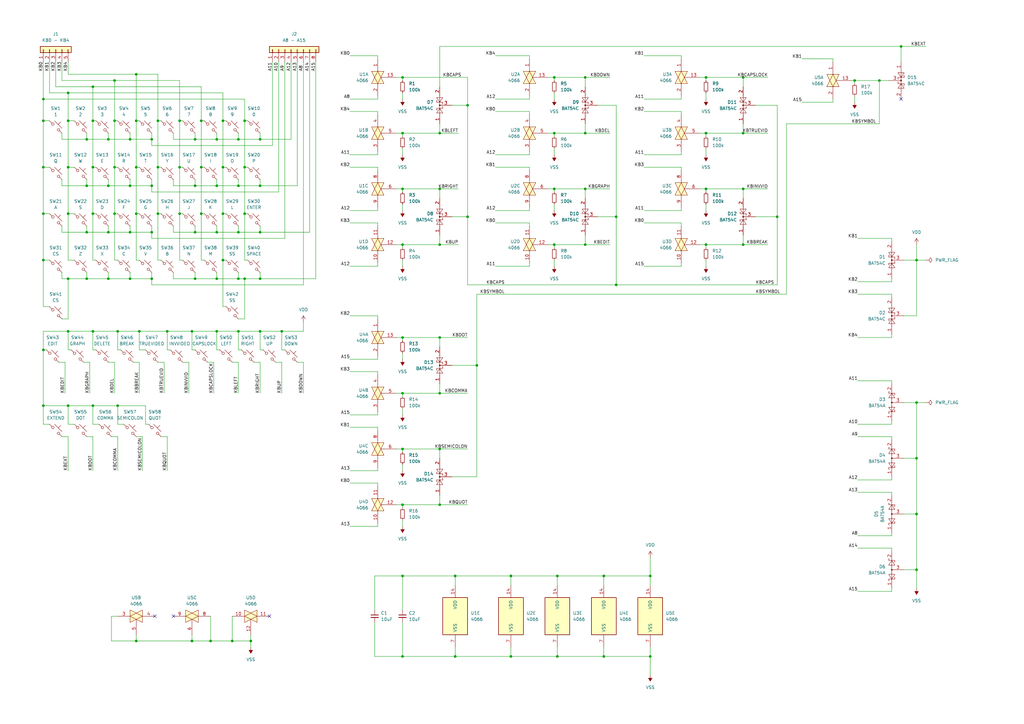
<source format=kicad_sch>
(kicad_sch (version 20211123) (generator eeschema)
  (paper "A3")
  (title_block (title "ZX Cherry Keyboard") (date "2025-04-26") (rev "1.1") (company "z00m / SinDiKAT"))
  (junction (at 375.92 165.1))
  (junction (at 165.1 236.22))
  (junction (at 48.26 135.89))
  (junction (at 228.6 269.24))
  (junction (at 53.34 57.15))
  (junction (at 240.03 100.33))
  (junction (at 289.56 54.61))
  (junction (at 180.34 184.15))
  (junction (at 209.55 236.22))
  (junction (at 165.1 207.01))
  (junction (at 27.94 38.1))
  (junction (at 27.94 68.58))
  (junction (at 73.66 87.63))
  (junction (at 100.33 68.58))
  (junction (at 38.1 35.56))
  (junction (at 266.7 236.22))
  (junction (at 165.1 161.29))
  (junction (at 165.1 138.43))
  (junction (at 82.55 87.63))
  (junction (at 62.23 114.3))
  (junction (at 209.55 269.24))
  (junction (at 53.34 114.3))
  (junction (at 27.94 135.89))
  (junction (at 106.68 135.89))
  (junction (at 17.78 166.37))
  (junction (at 91.44 106.68))
  (junction (at 240.03 77.47))
  (junction (at 165.1 100.33))
  (junction (at 180.34 54.61))
  (junction (at 240.03 31.75))
  (junction (at 27.94 166.37))
  (junction (at 46.99 33.02))
  (junction (at 247.65 236.22))
  (junction (at 17.78 143.51))
  (junction (at 88.9 114.3))
  (junction (at 44.45 76.2))
  (junction (at 57.15 135.89))
  (junction (at 304.8 100.33))
  (junction (at 44.45 95.25))
  (junction (at 68.58 135.89))
  (junction (at 227.33 77.47))
  (junction (at 318.77 88.9))
  (junction (at 191.77 88.9))
  (junction (at 106.68 57.15))
  (junction (at 227.33 54.61))
  (junction (at 27.94 49.53))
  (junction (at 46.99 49.53))
  (junction (at 35.56 95.25))
  (junction (at 97.79 57.15))
  (junction (at 44.45 57.15))
  (junction (at 38.1 49.53))
  (junction (at 304.8 77.47))
  (junction (at 38.1 135.89))
  (junction (at 165.1 184.15))
  (junction (at 27.94 114.3))
  (junction (at 97.79 114.3))
  (junction (at 53.34 76.2))
  (junction (at 180.34 138.43))
  (junction (at 46.99 68.58))
  (junction (at 55.88 87.63))
  (junction (at 91.44 87.63))
  (junction (at 48.26 166.37))
  (junction (at 38.1 87.63))
  (junction (at 266.7 269.24))
  (junction (at 80.01 95.25))
  (junction (at 78.74 262.89))
  (junction (at 228.6 236.22))
  (junction (at 165.1 269.24))
  (junction (at 88.9 57.15))
  (junction (at 55.88 49.53))
  (junction (at 27.94 87.63))
  (junction (at 53.34 95.25))
  (junction (at 227.33 31.75))
  (junction (at 91.44 68.58))
  (junction (at 106.68 114.3))
  (junction (at 64.77 87.63))
  (junction (at 186.69 269.24))
  (junction (at 100.33 87.63))
  (junction (at 240.03 54.61))
  (junction (at 106.68 76.2))
  (junction (at 165.1 77.47))
  (junction (at 17.78 40.64))
  (junction (at 350.52 33.02))
  (junction (at 252.73 88.9))
  (junction (at 106.68 95.25))
  (junction (at 17.78 68.58))
  (junction (at 88.9 76.2))
  (junction (at 97.79 135.89))
  (junction (at 38.1 166.37))
  (junction (at 227.33 100.33))
  (junction (at 64.77 68.58))
  (junction (at 195.58 149.86))
  (junction (at 73.66 49.53))
  (junction (at 82.55 49.53))
  (junction (at 88.9 135.89))
  (junction (at 46.99 87.63))
  (junction (at 17.78 106.68))
  (junction (at 100.33 114.3))
  (junction (at 100.33 49.53))
  (junction (at 247.65 269.24))
  (junction (at 73.66 68.58))
  (junction (at 80.01 114.3))
  (junction (at 44.45 114.3))
  (junction (at 55.88 262.89))
  (junction (at 62.23 95.25))
  (junction (at 180.34 161.29))
  (junction (at 304.8 54.61))
  (junction (at 82.55 68.58))
  (junction (at 86.36 262.89))
  (junction (at 360.68 33.02))
  (junction (at 35.56 57.15))
  (junction (at 102.87 262.89))
  (junction (at 375.92 106.68))
  (junction (at 80.01 76.2))
  (junction (at 304.8 31.75))
  (junction (at 17.78 87.63))
  (junction (at 191.77 43.18))
  (junction (at 289.56 100.33))
  (junction (at 35.56 114.3))
  (junction (at 375.92 233.68))
  (junction (at 375.92 210.82))
  (junction (at 55.88 68.58))
  (junction (at 186.69 236.22))
  (junction (at 252.73 116.84))
  (junction (at 375.92 187.96))
  (junction (at 38.1 68.58))
  (junction (at 180.34 77.47))
  (junction (at 289.56 31.75))
  (junction (at 55.88 30.48))
  (junction (at 97.79 95.25))
  (junction (at 180.34 207.01))
  (junction (at 165.1 31.75))
  (junction (at 62.23 76.2))
  (junction (at 289.56 77.47))
  (junction (at 80.01 57.15))
  (junction (at 369.57 19.05))
  (junction (at 88.9 95.25))
  (junction (at 165.1 54.61))
  (junction (at 180.34 100.33))
  (junction (at 91.44 49.53))
  (junction (at 78.74 135.89))
  (junction (at 115.57 135.89))
  (junction (at 62.23 57.15))
  (junction (at 35.56 76.2))
  (junction (at 17.78 49.53))
  (junction (at 97.79 76.2))
  (junction (at 64.77 49.53))
  (junction (at 95.25 262.89))
  (no_connect (at 63.5 252.73))
  (no_connect (at 71.12 252.73))
  (no_connect (at 110.49 252.73))
  (no_connect (at 369.57 40.64))
  (wire (pts (xy 287.02 100.33) (xy 289.56 100.33)))
  (wire (pts (xy 27.94 87.63) (xy 30.48 87.63)))
  (wire (pts (xy 119.38 57.15) (xy 119.38 25.4)))
  (wire (pts (xy 121.92 148.59) (xy 124.46 148.59)))
  (wire (pts (xy 36.83 148.59) (xy 36.83 161.29)))
  (wire (pts (xy 55.88 30.48) (xy 64.77 30.48)))
  (wire (pts (xy 25.4 179.07) (xy 27.94 179.07)))
  (wire (pts (xy 360.68 33.02) (xy 350.52 33.02)))
  (wire (pts (xy 191.77 88.9) (xy 191.77 43.18)))
  (wire (pts (xy 180.34 184.15) (xy 191.77 184.15)))
  (wire (pts (xy 228.6 269.24) (xy 228.6 265.43)))
  (wire (pts (xy 143.51 86.36) (xy 154.94 86.36)))
  (wire (pts (xy 97.79 57.15) (xy 97.79 54.61)))
  (wire (pts (xy 252.73 116.84) (xy 318.77 116.84)))
  (wire (pts (xy 304.8 77.47) (xy 314.96 77.47)))
  (wire (pts (xy 227.33 83.82) (xy 227.33 86.36)))
  (wire (pts (xy 68.58 179.07) (xy 68.58 193.04)))
  (wire (pts (xy 375.92 187.96) (xy 370.84 187.96)))
  (wire (pts (xy 104.14 148.59) (xy 106.68 148.59)))
  (wire (pts (xy 35.56 76.2) (xy 44.45 76.2)))
  (wire (pts (xy 318.77 116.84) (xy 318.77 88.9)))
  (wire (pts (xy 19.05 143.51) (xy 17.78 143.51)))
  (wire (pts (xy 124.46 116.84) (xy 124.46 25.4)))
  (wire (pts (xy 154.94 152.4) (xy 154.94 153.67)))
  (wire (pts (xy 44.45 114.3) (xy 44.45 111.76)))
  (wire (pts (xy 27.94 135.89) (xy 38.1 135.89)))
  (wire (pts (xy 55.88 87.63) (xy 55.88 68.58)))
  (wire (pts (xy 365.76 241.3) (xy 365.76 242.57)))
  (wire (pts (xy 44.45 148.59) (xy 46.99 148.59)))
  (wire (pts (xy 143.51 198.12) (xy 154.94 198.12)))
  (wire (pts (xy 115.57 148.59) (xy 115.57 161.29)))
  (wire (pts (xy 360.68 50.8) (xy 360.68 33.02)))
  (wire (pts (xy 88.9 57.15) (xy 88.9 54.61)))
  (wire (pts (xy 264.16 86.36) (xy 279.4 86.36)))
  (wire (pts (xy 279.4 92.71) (xy 279.4 91.44)))
  (wire (pts (xy 165.1 100.33) (xy 180.34 100.33)))
  (wire (pts (xy 165.1 54.61) (xy 165.1 55.88)))
  (wire (pts (xy 186.69 269.24) (xy 209.55 269.24)))
  (wire (pts (xy 165.1 190.5) (xy 165.1 193.04)))
  (wire (pts (xy 30.48 106.68) (xy 27.94 106.68)))
  (wire (pts (xy 309.88 43.18) (xy 318.77 43.18)))
  (wire (pts (xy 351.79 201.93) (xy 365.76 201.93)))
  (wire (pts (xy 88.9 114.3) (xy 88.9 111.76)))
  (wire (pts (xy 227.33 77.47) (xy 240.03 77.47)))
  (wire (pts (xy 165.1 138.43) (xy 180.34 138.43)))
  (wire (pts (xy 27.94 68.58) (xy 30.48 68.58)))
  (wire (pts (xy 224.79 31.75) (xy 227.33 31.75)))
  (wire (pts (xy 100.33 49.53) (xy 101.6 49.53)))
  (wire (pts (xy 73.66 87.63) (xy 74.93 87.63)))
  (wire (pts (xy 165.1 236.22) (xy 186.69 236.22)))
  (wire (pts (xy 162.56 100.33) (xy 165.1 100.33)))
  (wire (pts (xy 80.01 114.3) (xy 80.01 111.76)))
  (wire (pts (xy 279.4 24.13) (xy 279.4 22.86)))
  (wire (pts (xy 217.17 109.22) (xy 217.17 107.95)))
  (wire (pts (xy 154.94 63.5) (xy 154.94 62.23)))
  (wire (pts (xy 38.1 166.37) (xy 48.26 166.37)))
  (wire (pts (xy 217.17 92.71) (xy 217.17 91.44)))
  (wire (pts (xy 264.16 22.86) (xy 279.4 22.86)))
  (wire (pts (xy 106.68 114.3) (xy 106.68 111.76)))
  (wire (pts (xy 289.56 83.82) (xy 289.56 86.36)))
  (wire (pts (xy 27.94 38.1) (xy 20.32 38.1)))
  (wire (pts (xy 370.84 165.1) (xy 375.92 165.1)))
  (wire (pts (xy 318.77 88.9) (xy 318.77 43.18)))
  (wire (pts (xy 62.23 114.3) (xy 62.23 111.76)))
  (wire (pts (xy 304.8 54.61) (xy 304.8 50.8)))
  (wire (pts (xy 44.45 57.15) (xy 44.45 54.61)))
  (wire (pts (xy 289.56 31.75) (xy 304.8 31.75)))
  (wire (pts (xy 46.99 87.63) (xy 48.26 87.63)))
  (wire (pts (xy 45.72 262.89) (xy 55.88 262.89)))
  (wire (pts (xy 80.01 57.15) (xy 80.01 54.61)))
  (wire (pts (xy 289.56 100.33) (xy 304.8 100.33)))
  (wire (pts (xy 101.6 106.68) (xy 100.33 106.68)))
  (wire (pts (xy 180.34 184.15) (xy 180.34 187.96)))
  (wire (pts (xy 38.1 87.63) (xy 38.1 68.58)))
  (wire (pts (xy 35.56 57.15) (xy 44.45 57.15)))
  (wire (pts (xy 88.9 135.89) (xy 97.79 135.89)))
  (wire (pts (xy 17.78 173.99) (xy 17.78 166.37)))
  (wire (pts (xy 97.79 114.3) (xy 100.33 114.3)))
  (wire (pts (xy 369.57 19.05) (xy 369.57 25.4)))
  (wire (pts (xy 351.79 156.21) (xy 365.76 156.21)))
  (wire (pts (xy 78.74 260.35) (xy 78.74 262.89)))
  (wire (pts (xy 62.23 76.2) (xy 62.23 78.74)))
  (wire (pts (xy 62.23 57.15) (xy 62.23 59.69)))
  (wire (pts (xy 30.48 173.99) (xy 27.94 173.99)))
  (wire (pts (xy 57.15 135.89) (xy 68.58 135.89)))
  (wire (pts (xy 25.4 73.66) (xy 25.4 76.2)))
  (wire (pts (xy 85.09 148.59) (xy 87.63 148.59)))
  (wire (pts (xy 304.8 100.33) (xy 304.8 96.52)))
  (wire (pts (xy 180.34 138.43) (xy 191.77 138.43)))
  (wire (pts (xy 365.76 137.16) (xy 365.76 138.43)))
  (wire (pts (xy 97.79 135.89) (xy 97.79 143.51)))
  (wire (pts (xy 91.44 125.73) (xy 92.71 125.73)))
  (wire (pts (xy 375.92 129.54) (xy 370.84 129.54)))
  (wire (pts (xy 53.34 114.3) (xy 62.23 114.3)))
  (wire (pts (xy 143.51 91.44) (xy 154.94 91.44)))
  (wire (pts (xy 351.79 224.79) (xy 365.76 224.79)))
  (wire (pts (xy 17.78 143.51) (xy 17.78 135.89)))
  (wire (pts (xy 115.57 143.51) (xy 116.84 143.51)))
  (wire (pts (xy 48.26 135.89) (xy 57.15 135.89)))
  (wire (pts (xy 100.33 130.81) (xy 100.33 114.3)))
  (wire (pts (xy 66.04 179.07) (xy 68.58 179.07)))
  (wire (pts (xy 88.9 135.89) (xy 88.9 143.51)))
  (wire (pts (xy 38.1 135.89) (xy 48.26 135.89)))
  (wire (pts (xy 95.25 252.73) (xy 95.25 262.89)))
  (wire (pts (xy 264.16 68.58) (xy 279.4 68.58)))
  (wire (pts (xy 88.9 76.2) (xy 97.79 76.2)))
  (wire (pts (xy 71.12 114.3) (xy 80.01 114.3)))
  (wire (pts (xy 80.01 95.25) (xy 88.9 95.25)))
  (wire (pts (xy 40.64 173.99) (xy 38.1 173.99)))
  (wire (pts (xy 25.4 33.02) (xy 25.4 25.4)))
  (wire (pts (xy 80.01 57.15) (xy 88.9 57.15)))
  (wire (pts (xy 50.8 173.99) (xy 48.26 173.99)))
  (wire (pts (xy 113.03 148.59) (xy 115.57 148.59)))
  (wire (pts (xy 88.9 57.15) (xy 97.79 57.15)))
  (wire (pts (xy 185.42 195.58) (xy 195.58 195.58)))
  (wire (pts (xy 44.45 95.25) (xy 53.34 95.25)))
  (wire (pts (xy 62.23 97.79) (xy 116.84 97.79)))
  (wire (pts (xy 180.34 54.61) (xy 180.34 50.8)))
  (wire (pts (xy 165.1 54.61) (xy 180.34 54.61)))
  (wire (pts (xy 341.63 41.91) (xy 341.63 40.64)))
  (wire (pts (xy 46.99 33.02) (xy 25.4 33.02)))
  (wire (pts (xy 247.65 236.22) (xy 266.7 236.22)))
  (wire (pts (xy 289.56 60.96) (xy 289.56 63.5)))
  (wire (pts (xy 165.1 138.43) (xy 165.1 139.7)))
  (wire (pts (xy 369.57 19.05) (xy 379.73 19.05)))
  (wire (pts (xy 143.51 152.4) (xy 154.94 152.4)))
  (wire (pts (xy 78.74 262.89) (xy 86.36 262.89)))
  (wire (pts (xy 55.88 49.53) (xy 57.15 49.53)))
  (wire (pts (xy 252.73 116.84) (xy 252.73 88.9)))
  (wire (pts (xy 57.15 106.68) (xy 55.88 106.68)))
  (wire (pts (xy 57.15 135.89) (xy 57.15 143.51)))
  (wire (pts (xy 143.51 40.64) (xy 154.94 40.64)))
  (wire (pts (xy 34.29 148.59) (xy 36.83 148.59)))
  (wire (pts (xy 48.26 166.37) (xy 59.69 166.37)))
  (wire (pts (xy 20.32 38.1) (xy 20.32 25.4)))
  (wire (pts (xy 102.87 262.89) (xy 102.87 260.35)))
  (wire (pts (xy 17.78 49.53) (xy 17.78 40.64)))
  (wire (pts (xy 279.4 107.95) (xy 279.4 109.22)))
  (wire (pts (xy 143.51 129.54) (xy 154.94 129.54)))
  (wire (pts (xy 35.56 57.15) (xy 35.56 54.61)))
  (wire (pts (xy 97.79 130.81) (xy 100.33 130.81)))
  (wire (pts (xy 38.1 143.51) (xy 39.37 143.51)))
  (wire (pts (xy 203.2 63.5) (xy 217.17 63.5)))
  (wire (pts (xy 82.55 49.53) (xy 83.82 49.53)))
  (wire (pts (xy 17.78 135.89) (xy 27.94 135.89)))
  (wire (pts (xy 35.56 114.3) (xy 35.56 111.76)))
  (wire (pts (xy 62.23 116.84) (xy 124.46 116.84)))
  (wire (pts (xy 91.44 68.58) (xy 91.44 49.53)))
  (wire (pts (xy 165.1 269.24) (xy 186.69 269.24)))
  (wire (pts (xy 17.78 40.64) (xy 100.33 40.64)))
  (wire (pts (xy 27.94 30.48) (xy 27.94 25.4)))
  (wire (pts (xy 165.1 31.75) (xy 191.77 31.75)))
  (wire (pts (xy 375.92 165.1) (xy 375.92 187.96)))
  (wire (pts (xy 180.34 77.47) (xy 187.96 77.47)))
  (wire (pts (xy 279.4 45.72) (xy 279.4 46.99)))
  (wire (pts (xy 162.56 54.61) (xy 165.1 54.61)))
  (wire (pts (xy 209.55 269.24) (xy 228.6 269.24)))
  (wire (pts (xy 154.94 193.04) (xy 154.94 191.77)))
  (wire (pts (xy 48.26 252.73) (xy 45.72 252.73)))
  (wire (pts (xy 224.79 77.47) (xy 227.33 77.47)))
  (wire (pts (xy 341.63 24.13) (xy 341.63 25.4)))
  (wire (pts (xy 266.7 236.22) (xy 266.7 240.03)))
  (wire (pts (xy 83.82 106.68) (xy 82.55 106.68)))
  (wire (pts (xy 247.65 269.24) (xy 247.65 265.43)))
  (wire (pts (xy 25.4 92.71) (xy 25.4 95.25)))
  (wire (pts (xy 38.1 68.58) (xy 38.1 49.53)))
  (wire (pts (xy 240.03 100.33) (xy 240.03 96.52)))
  (wire (pts (xy 97.79 95.25) (xy 106.68 95.25)))
  (wire (pts (xy 180.34 207.01) (xy 180.34 203.2)))
  (wire (pts (xy 165.1 31.75) (xy 165.1 33.02)))
  (wire (pts (xy 375.92 106.68) (xy 379.73 106.68)))
  (wire (pts (xy 106.68 114.3) (xy 129.54 114.3)))
  (wire (pts (xy 203.2 68.58) (xy 217.17 68.58)))
  (wire (pts (xy 227.33 31.75) (xy 240.03 31.75)))
  (wire (pts (xy 264.16 40.64) (xy 279.4 40.64)))
  (wire (pts (xy 106.68 57.15) (xy 119.38 57.15)))
  (wire (pts (xy 185.42 88.9) (xy 191.77 88.9)))
  (wire (pts (xy 100.33 87.63) (xy 100.33 68.58)))
  (wire (pts (xy 102.87 262.89) (xy 102.87 265.43)))
  (wire (pts (xy 71.12 111.76) (xy 71.12 114.3)))
  (wire (pts (xy 97.79 143.51) (xy 99.06 143.51)))
  (wire (pts (xy 375.92 106.68) (xy 375.92 129.54)))
  (wire (pts (xy 48.26 143.51) (xy 49.53 143.51)))
  (wire (pts (xy 165.1 161.29) (xy 165.1 162.56)))
  (wire (pts (xy 245.11 88.9) (xy 252.73 88.9)))
  (wire (pts (xy 203.2 40.64) (xy 217.17 40.64)))
  (wire (pts (xy 35.56 114.3) (xy 44.45 114.3)))
  (wire (pts (xy 127 95.25) (xy 127 25.4)))
  (wire (pts (xy 38.1 49.53) (xy 39.37 49.53)))
  (wire (pts (xy 186.69 236.22) (xy 186.69 240.03)))
  (wire (pts (xy 165.1 184.15) (xy 165.1 185.42)))
  (wire (pts (xy 370.84 210.82) (xy 375.92 210.82)))
  (wire (pts (xy 153.67 236.22) (xy 165.1 236.22)))
  (wire (pts (xy 35.56 95.25) (xy 44.45 95.25)))
  (wire (pts (xy 289.56 77.47) (xy 304.8 77.47)))
  (wire (pts (xy 143.51 63.5) (xy 154.94 63.5)))
  (wire (pts (xy 55.88 68.58) (xy 57.15 68.58)))
  (wire (pts (xy 71.12 57.15) (xy 80.01 57.15)))
  (wire (pts (xy 71.12 73.66) (xy 71.12 76.2)))
  (wire (pts (xy 27.94 49.53) (xy 30.48 49.53)))
  (wire (pts (xy 55.88 179.07) (xy 58.42 179.07)))
  (wire (pts (xy 227.33 77.47) (xy 227.33 78.74)))
  (wire (pts (xy 162.56 207.01) (xy 165.1 207.01)))
  (wire (pts (xy 165.1 100.33) (xy 165.1 101.6)))
  (wire (pts (xy 351.79 179.07) (xy 365.76 179.07)))
  (wire (pts (xy 289.56 31.75) (xy 289.56 33.02)))
  (wire (pts (xy 143.51 109.22) (xy 154.94 109.22)))
  (wire (pts (xy 38.1 49.53) (xy 38.1 35.56)))
  (wire (pts (xy 88.9 76.2) (xy 88.9 73.66)))
  (wire (pts (xy 73.66 49.53) (xy 74.93 49.53)))
  (wire (pts (xy 240.03 81.28) (xy 240.03 77.47)))
  (wire (pts (xy 228.6 236.22) (xy 228.6 240.03)))
  (wire (pts (xy 351.79 138.43) (xy 365.76 138.43)))
  (wire (pts (xy 217.17 40.64) (xy 217.17 39.37)))
  (wire (pts (xy 35.56 179.07) (xy 38.1 179.07)))
  (wire (pts (xy 106.68 148.59) (xy 106.68 161.29)))
  (wire (pts (xy 100.33 68.58) (xy 100.33 49.53)))
  (wire (pts (xy 106.68 95.25) (xy 127 95.25)))
  (wire (pts (xy 95.25 262.89) (xy 102.87 262.89)))
  (wire (pts (xy 365.76 180.34) (xy 365.76 179.07)))
  (wire (pts (xy 62.23 95.25) (xy 62.23 92.71)))
  (wire (pts (xy 322.58 50.8) (xy 360.68 50.8)))
  (wire (pts (xy 20.32 106.68) (xy 17.78 106.68)))
  (wire (pts (xy 165.1 60.96) (xy 165.1 63.5)))
  (wire (pts (xy 91.44 87.63) (xy 92.71 87.63)))
  (wire (pts (xy 180.34 54.61) (xy 187.96 54.61)))
  (wire (pts (xy 227.33 60.96) (xy 227.33 63.5)))
  (wire (pts (xy 27.94 135.89) (xy 27.94 143.51)))
  (wire (pts (xy 27.94 179.07) (xy 27.94 193.04)))
  (wire (pts (xy 46.99 148.59) (xy 46.99 161.29)))
  (wire (pts (xy 17.78 25.4) (xy 17.78 40.64)))
  (wire (pts (xy 289.56 54.61) (xy 289.56 55.88)))
  (wire (pts (xy 180.34 161.29) (xy 180.34 157.48)))
  (wire (pts (xy 227.33 100.33) (xy 227.33 101.6)))
  (wire (pts (xy 91.44 106.68) (xy 91.44 87.63)))
  (wire (pts (xy 165.1 161.29) (xy 180.34 161.29)))
  (wire (pts (xy 38.1 35.56) (xy 82.55 35.56)))
  (wire (pts (xy 154.94 85.09) (xy 154.94 86.36)))
  (wire (pts (xy 209.55 236.22) (xy 209.55 240.03)))
  (wire (pts (xy 350.52 39.37) (xy 350.52 41.91)))
  (wire (pts (xy 53.34 76.2) (xy 53.34 73.66)))
  (wire (pts (xy 111.76 59.69) (xy 111.76 25.4)))
  (wire (pts (xy 186.69 236.22) (xy 209.55 236.22)))
  (wire (pts (xy 304.8 31.75) (xy 314.96 31.75)))
  (wire (pts (xy 100.33 106.68) (xy 100.33 87.63)))
  (wire (pts (xy 186.69 269.24) (xy 186.69 265.43)))
  (wire (pts (xy 53.34 76.2) (xy 62.23 76.2)))
  (wire (pts (xy 240.03 54.61) (xy 250.19 54.61)))
  (wire (pts (xy 80.01 76.2) (xy 80.01 73.66)))
  (wire (pts (xy 322.58 120.65) (xy 322.58 50.8)))
  (wire (pts (xy 247.65 269.24) (xy 266.7 269.24)))
  (wire (pts (xy 266.7 269.24) (xy 266.7 265.43)))
  (wire (pts (xy 82.55 87.63) (xy 83.82 87.63)))
  (wire (pts (xy 38.1 87.63) (xy 39.37 87.63)))
  (wire (pts (xy 114.3 78.74) (xy 114.3 25.4)))
  (wire (pts (xy 71.12 92.71) (xy 71.12 95.25)))
  (wire (pts (xy 91.44 49.53) (xy 92.71 49.53)))
  (wire (pts (xy 375.92 233.68) (xy 375.92 241.3)))
  (wire (pts (xy 154.94 214.63) (xy 154.94 215.9)))
  (wire (pts (xy 64.77 30.48) (xy 64.77 49.53)))
  (wire (pts (xy 162.56 31.75) (xy 165.1 31.75)))
  (wire (pts (xy 106.68 76.2) (xy 121.92 76.2)))
  (wire (pts (xy 124.46 148.59) (xy 124.46 161.29)))
  (wire (pts (xy 62.23 59.69) (xy 111.76 59.69)))
  (wire (pts (xy 116.84 97.79) (xy 116.84 25.4)))
  (wire (pts (xy 165.1 38.1) (xy 165.1 40.64)))
  (wire (pts (xy 27.94 143.51) (xy 29.21 143.51)))
  (wire (pts (xy 154.94 69.85) (xy 154.94 68.58)))
  (wire (pts (xy 91.44 68.58) (xy 92.71 68.58)))
  (wire (pts (xy 365.76 218.44) (xy 365.76 219.71)))
  (wire (pts (xy 97.79 57.15) (xy 106.68 57.15)))
  (wire (pts (xy 55.88 106.68) (xy 55.88 87.63)))
  (wire (pts (xy 55.88 30.48) (xy 27.94 30.48)))
  (wire (pts (xy 365.76 97.79) (xy 365.76 99.06)))
  (wire (pts (xy 365.76 201.93) (xy 365.76 203.2)))
  (wire (pts (xy 224.79 100.33) (xy 227.33 100.33)))
  (wire (pts (xy 304.8 31.75) (xy 304.8 35.56)))
  (wire (pts (xy 106.68 143.51) (xy 107.95 143.51)))
  (wire (pts (xy 73.66 68.58) (xy 74.93 68.58)))
  (wire (pts (xy 39.37 106.68) (xy 38.1 106.68)))
  (wire (pts (xy 86.36 262.89) (xy 95.25 262.89)))
  (wire (pts (xy 154.94 22.86) (xy 154.94 24.13)))
  (wire (pts (xy 27.94 114.3) (xy 35.56 114.3)))
  (wire (pts (xy 247.65 236.22) (xy 247.65 240.03)))
  (wire (pts (xy 252.73 43.18) (xy 245.11 43.18)))
  (wire (pts (xy 82.55 68.58) (xy 83.82 68.58)))
  (wire (pts (xy 74.93 148.59) (xy 77.47 148.59)))
  (wire (pts (xy 264.16 91.44) (xy 279.4 91.44)))
  (wire (pts (xy 26.67 148.59) (xy 26.67 161.29)))
  (wire (pts (xy 91.44 38.1) (xy 91.44 49.53)))
  (wire (pts (xy 38.1 179.07) (xy 38.1 193.04)))
  (wire (pts (xy 351.79 242.57) (xy 365.76 242.57)))
  (wire (pts (xy 64.77 148.59) (xy 67.31 148.59)))
  (wire (pts (xy 328.93 24.13) (xy 341.63 24.13)))
  (wire (pts (xy 68.58 135.89) (xy 68.58 143.51)))
  (wire (pts (xy 154.94 199.39) (xy 154.94 198.12)))
  (wire (pts (xy 80.01 95.25) (xy 80.01 92.71)))
  (wire (pts (xy 97.79 114.3) (xy 97.79 111.76)))
  (wire (pts (xy 252.73 88.9) (xy 252.73 43.18)))
  (wire (pts (xy 115.57 135.89) (xy 124.46 135.89)))
  (wire (pts (xy 209.55 236.22) (xy 228.6 236.22)))
  (wire (pts (xy 25.4 95.25) (xy 35.56 95.25)))
  (wire (pts (xy 62.23 76.2) (xy 62.23 73.66)))
  (wire (pts (xy 27.94 68.58) (xy 27.94 49.53)))
  (wire (pts (xy 68.58 135.89) (xy 78.74 135.89)))
  (wire (pts (xy 203.2 109.22) (xy 217.17 109.22)))
  (wire (pts (xy 17.78 143.51) (xy 17.78 166.37)))
  (wire (pts (xy 203.2 22.86) (xy 217.17 22.86)))
  (wire (pts (xy 64.77 68.58) (xy 66.04 68.58)))
  (wire (pts (xy 143.51 147.32) (xy 154.94 147.32)))
  (wire (pts (xy 27.94 166.37) (xy 38.1 166.37)))
  (wire (pts (xy 46.99 87.63) (xy 46.99 68.58)))
  (wire (pts (xy 17.78 106.68) (xy 17.78 125.73)))
  (wire (pts (xy 240.03 77.47) (xy 250.19 77.47)))
  (wire (pts (xy 17.78 68.58) (xy 20.32 68.58)))
  (wire (pts (xy 279.4 86.36) (xy 279.4 85.09)))
  (wire (pts (xy 35.56 95.25) (xy 35.56 92.71)))
  (wire (pts (xy 25.4 114.3) (xy 27.94 114.3)))
  (wire (pts (xy 73.66 33.02) (xy 73.66 49.53)))
  (wire (pts (xy 165.1 207.01) (xy 180.34 207.01)))
  (wire (pts (xy 289.56 54.61) (xy 304.8 54.61)))
  (wire (pts (xy 228.6 236.22) (xy 247.65 236.22)))
  (wire (pts (xy 22.86 35.56) (xy 22.86 25.4)))
  (wire (pts (xy 351.79 115.57) (xy 365.76 115.57)))
  (wire (pts (xy 71.12 76.2) (xy 80.01 76.2)))
  (wire (pts (xy 180.34 19.05) (xy 369.57 19.05)))
  (wire (pts (xy 162.56 138.43) (xy 165.1 138.43)))
  (wire (pts (xy 25.4 54.61) (xy 25.4 57.15)))
  (wire (pts (xy 365.76 115.57) (xy 365.76 114.3)))
  (wire (pts (xy 279.4 40.64) (xy 279.4 39.37)))
  (wire (pts (xy 203.2 86.36) (xy 217.17 86.36)))
  (wire (pts (xy 55.88 49.53) (xy 55.88 30.48)))
  (wire (pts (xy 289.56 38.1) (xy 289.56 40.64)))
  (wire (pts (xy 240.03 100.33) (xy 250.19 100.33)))
  (wire (pts (xy 67.31 148.59) (xy 67.31 161.29)))
  (wire (pts (xy 80.01 114.3) (xy 88.9 114.3)))
  (wire (pts (xy 349.25 33.02) (xy 350.52 33.02)))
  (wire (pts (xy 38.1 173.99) (xy 38.1 166.37)))
  (wire (pts (xy 64.77 68.58) (xy 64.77 49.53)))
  (wire (pts (xy 351.79 219.71) (xy 365.76 219.71)))
  (wire (pts (xy 154.94 130.81) (xy 154.94 129.54)))
  (wire (pts (xy 351.79 120.65) (xy 365.76 120.65)))
  (wire (pts (xy 217.17 86.36) (xy 217.17 85.09)))
  (wire (pts (xy 88.9 143.51) (xy 90.17 143.51)))
  (wire (pts (xy 375.92 100.33) (xy 375.92 106.68)))
  (wire (pts (xy 180.34 207.01) (xy 191.77 207.01)))
  (wire (pts (xy 209.55 269.24) (xy 209.55 265.43)))
  (wire (pts (xy 165.1 167.64) (xy 165.1 170.18)))
  (wire (pts (xy 328.93 41.91) (xy 341.63 41.91)))
  (wire (pts (xy 78.74 135.89) (xy 78.74 143.51)))
  (wire (pts (xy 57.15 148.59) (xy 57.15 161.29)))
  (wire (pts (xy 240.03 35.56) (xy 240.03 31.75)))
  (wire (pts (xy 129.54 114.3) (xy 129.54 25.4)))
  (wire (pts (xy 289.56 106.68) (xy 289.56 109.22)))
  (wire (pts (xy 82.55 35.56) (xy 82.55 49.53)))
  (wire (pts (xy 44.45 76.2) (xy 53.34 76.2)))
  (wire (pts (xy 27.94 114.3) (xy 27.94 130.81)))
  (wire (pts (xy 91.44 106.68) (xy 91.44 125.73)))
  (wire (pts (xy 97.79 95.25) (xy 97.79 92.71)))
  (wire (pts (xy 153.67 255.27) (xy 153.67 269.24)))
  (wire (pts (xy 106.68 95.25) (xy 106.68 92.71)))
  (wire (pts (xy 154.94 45.72) (xy 154.94 46.99)))
  (wire (pts (xy 38.1 135.89) (xy 38.1 143.51)))
  (wire (pts (xy 100.33 40.64) (xy 100.33 49.53)))
  (wire (pts (xy 217.17 68.58) (xy 217.17 69.85)))
  (wire (pts (xy 370.84 233.68) (xy 375.92 233.68)))
  (wire (pts (xy 365.76 195.58) (xy 365.76 196.85)))
  (wire (pts (xy 59.69 166.37) (xy 59.69 173.99)))
  (wire (pts (xy 287.02 77.47) (xy 289.56 77.47)))
  (wire (pts (xy 78.74 135.89) (xy 88.9 135.89)))
  (wire (pts (xy 289.56 100.33) (xy 289.56 101.6)))
  (wire (pts (xy 64.77 87.63) (xy 66.04 87.63)))
  (wire (pts (xy 240.03 54.61) (xy 240.03 50.8)))
  (wire (pts (xy 25.4 111.76) (xy 25.4 114.3)))
  (wire (pts (xy 365.76 172.72) (xy 365.76 173.99)))
  (wire (pts (xy 58.42 179.07) (xy 58.42 193.04)))
  (wire (pts (xy 64.77 49.53) (xy 66.04 49.53)))
  (wire (pts (xy 154.94 170.18) (xy 154.94 168.91)))
  (wire (pts (xy 45.72 179.07) (xy 48.26 179.07)))
  (wire (pts (xy 17.78 125.73) (xy 20.32 125.73)))
  (wire (pts (xy 53.34 57.15) (xy 53.34 54.61)))
  (wire (pts (xy 88.9 95.25) (xy 97.79 95.25)))
  (wire (pts (xy 143.51 45.72) (xy 154.94 45.72)))
  (wire (pts (xy 48.26 106.68) (xy 46.99 106.68)))
  (wire (pts (xy 266.7 269.24) (xy 266.7 276.86)))
  (wire (pts (xy 27.94 87.63) (xy 27.94 68.58)))
  (wire (pts (xy 97.79 76.2) (xy 106.68 76.2)))
  (wire (pts (xy 62.23 114.3) (xy 62.23 116.84)))
  (wire (pts (xy 370.84 106.68) (xy 375.92 106.68)))
  (wire (pts (xy 195.58 149.86) (xy 195.58 120.65)))
  (wire (pts (xy 82.55 68.58) (xy 82.55 49.53)))
  (wire (pts (xy 55.88 262.89) (xy 78.74 262.89)))
  (wire (pts (xy 25.4 76.2) (xy 35.56 76.2)))
  (wire (pts (xy 88.9 114.3) (xy 97.79 114.3)))
  (wire (pts (xy 97.79 76.2) (xy 97.79 73.66)))
  (wire (pts (xy 78.74 143.51) (xy 80.01 143.51)))
  (wire (pts (xy 82.55 106.68) (xy 82.55 87.63)))
  (wire (pts (xy 45.72 252.73) (xy 45.72 262.89)))
  (wire (pts (xy 46.99 106.68) (xy 46.99 87.63)))
  (wire (pts (xy 86.36 262.89) (xy 86.36 252.73)))
  (wire (pts (xy 180.34 100.33) (xy 180.34 96.52)))
  (wire (pts (xy 153.67 269.24) (xy 165.1 269.24)))
  (wire (pts (xy 27.94 173.99) (xy 27.94 166.37)))
  (wire (pts (xy 180.34 77.47) (xy 180.34 81.28)))
  (wire (pts (xy 227.33 54.61) (xy 227.33 55.88)))
  (wire (pts (xy 279.4 63.5) (xy 279.4 62.23)))
  (wire (pts (xy 46.99 49.53) (xy 46.99 33.02)))
  (wire (pts (xy 180.34 100.33) (xy 187.96 100.33)))
  (wire (pts (xy 165.1 77.47) (xy 180.34 77.47)))
  (wire (pts (xy 106.68 135.89) (xy 106.68 143.51)))
  (wire (pts (xy 59.69 173.99) (xy 60.96 173.99)))
  (wire (pts (xy 106.68 76.2) (xy 106.68 73.66)))
  (wire (pts (xy 97.79 148.59) (xy 97.79 161.29)))
  (wire (pts (xy 180.34 35.56) (xy 180.34 19.05)))
  (wire (pts (xy 195.58 120.65) (xy 322.58 120.65)))
  (wire (pts (xy 44.45 95.25) (xy 44.45 92.71)))
  (wire (pts (xy 227.33 106.68) (xy 227.33 109.22)))
  (wire (pts (xy 25.4 57.15) (xy 35.56 57.15)))
  (wire (pts (xy 88.9 95.25) (xy 88.9 92.71)))
  (wire (pts (xy 165.1 184.15) (xy 180.34 184.15)))
  (wire (pts (xy 165.1 106.68) (xy 165.1 109.22)))
  (wire (pts (xy 91.44 87.63) (xy 91.44 68.58)))
  (wire (pts (xy 71.12 54.61) (xy 71.12 57.15)))
  (wire (pts (xy 153.67 250.19) (xy 153.67 236.22)))
  (wire (pts (xy 318.77 88.9) (xy 309.88 88.9)))
  (wire (pts (xy 143.51 215.9) (xy 154.94 215.9)))
  (wire (pts (xy 165.1 77.47) (xy 165.1 78.74)))
  (wire (pts (xy 54.61 148.59) (xy 57.15 148.59)))
  (wire (pts (xy 266.7 228.6) (xy 266.7 236.22)))
  (wire (pts (xy 165.1 255.27) (xy 165.1 269.24)))
  (wire (pts (xy 53.34 95.25) (xy 62.23 95.25)))
  (wire (pts (xy 53.34 57.15) (xy 62.23 57.15)))
  (wire (pts (xy 73.66 106.68) (xy 73.66 87.63)))
  (wire (pts (xy 191.77 116.84) (xy 252.73 116.84)))
  (wire (pts (xy 185.42 43.18) (xy 191.77 43.18)))
  (wire (pts (xy 264.16 45.72) (xy 279.4 45.72)))
  (wire (pts (xy 87.63 148.59) (xy 87.63 161.29)))
  (wire (pts (xy 228.6 269.24) (xy 247.65 269.24)))
  (wire (pts (xy 365.76 120.65) (xy 365.76 121.92)))
  (wire (pts (xy 217.17 45.72) (xy 217.17 46.99)))
  (wire (pts (xy 154.94 107.95) (xy 154.94 109.22)))
  (wire (pts (xy 121.92 76.2) (xy 121.92 25.4)))
  (wire (pts (xy 165.1 83.82) (xy 165.1 86.36)))
  (wire (pts (xy 17.78 49.53) (xy 20.32 49.53)))
  (wire (pts (xy 162.56 184.15) (xy 165.1 184.15)))
  (wire (pts (xy 304.8 100.33) (xy 314.96 100.33)))
  (wire (pts (xy 17.78 106.68) (xy 17.78 87.63)))
  (wire (pts (xy 124.46 135.89) (xy 124.46 132.08)))
  (wire (pts (xy 162.56 161.29) (xy 165.1 161.29)))
  (wire (pts (xy 304.8 77.47) (xy 304.8 81.28)))
  (wire (pts (xy 191.77 31.75) (xy 191.77 43.18)))
  (wire (pts (xy 46.99 33.02) (xy 73.66 33.02)))
  (wire (pts (xy 25.4 130.81) (xy 27.94 130.81)))
  (wire (pts (xy 17.78 68.58) (xy 17.78 49.53)))
  (wire (pts (xy 53.34 95.25) (xy 53.34 92.71)))
  (wire (pts (xy 217.17 63.5) (xy 217.17 62.23)))
  (wire (pts (xy 44.45 76.2) (xy 44.45 73.66)))
  (wire (pts (xy 46.99 68.58) (xy 48.26 68.58)))
  (wire (pts (xy 38.1 35.56) (xy 22.86 35.56)))
  (wire (pts (xy 55.88 87.63) (xy 57.15 87.63)))
  (wire (pts (xy 80.01 76.2) (xy 88.9 76.2)))
  (wire (pts (xy 62.23 57.15) (xy 62.23 54.61)))
  (wire (pts (xy 375.92 233.68) (xy 375.92 210.82)))
  (wire (pts (xy 143.51 68.58) (xy 154.94 68.58)))
  (wire (pts (xy 365.76 156.21) (xy 365.76 157.48)))
  (wire (pts (xy 64.77 106.68) (xy 64.77 87.63)))
  (wire (pts (xy 44.45 57.15) (xy 53.34 57.15)))
  (wire (pts (xy 351.79 173.99) (xy 365.76 173.99)))
  (wire (pts (xy 55.88 262.89) (xy 55.88 260.35)))
  (wire (pts (xy 62.23 95.25) (xy 62.23 97.79)))
  (wire (pts (xy 74.93 106.68) (xy 73.66 106.68)))
  (wire (pts (xy 195.58 195.58) (xy 195.58 149.86)))
  (wire (pts (xy 154.94 92.71) (xy 154.94 91.44)))
  (wire (pts (xy 350.52 33.02) (xy 350.52 34.29)))
  (wire (pts (xy 115.57 135.89) (xy 115.57 143.51)))
  (wire (pts (xy 264.16 109.22) (xy 279.4 109.22)))
  (wire (pts (xy 143.51 193.04) (xy 154.94 193.04)))
  (wire (pts (xy 165.1 213.36) (xy 165.1 215.9)))
  (wire (pts (xy 351.79 97.79) (xy 365.76 97.79)))
  (wire (pts (xy 217.17 24.13) (xy 217.17 22.86)))
  (wire (pts (xy 240.03 31.75) (xy 250.19 31.75)))
  (wire (pts (xy 180.34 138.43) (xy 180.34 142.24)))
  (wire (pts (xy 17.78 87.63) (xy 20.32 87.63)))
  (wire (pts (xy 154.94 147.32) (xy 154.94 146.05)))
  (wire (pts (xy 97.79 135.89) (xy 106.68 135.89)))
  (wire (pts (xy 195.58 149.86) (xy 185.42 149.86)))
  (wire (pts (xy 162.56 77.47) (xy 165.1 77.47)))
  (wire (pts (xy 95.25 148.59) (xy 97.79 148.59)))
  (wire (pts (xy 289.56 77.47) (xy 289.56 78.74)))
  (wire (pts (xy 46.99 49.53) (xy 48.26 49.53)))
  (wire (pts (xy 53.34 114.3) (xy 53.34 111.76)))
  (wire (pts (xy 143.51 175.26) (xy 154.94 175.26)))
  (wire (pts (xy 48.26 135.89) (xy 48.26 143.51)))
  (wire (pts (xy 64.77 87.63) (xy 64.77 68.58)))
  (wire (pts (xy 92.71 106.68) (xy 91.44 106.68)))
  (wire (pts (xy 106.68 57.15) (xy 106.68 54.61)))
  (wire (pts (xy 165.1 207.01) (xy 165.1 208.28)))
  (wire (pts (xy 48.26 179.07) (xy 48.26 193.04)))
  (wire (pts (xy 66.04 106.68) (xy 64.77 106.68)))
  (wire (pts (xy 304.8 54.61) (xy 314.96 54.61)))
  (wire (pts (xy 227.33 100.33) (xy 240.03 100.33)))
  (wire (pts (xy 100.33 68.58) (xy 101.6 68.58)))
  (wire (pts (xy 143.51 170.18) (xy 154.94 170.18)))
  (wire (pts (xy 143.51 22.86) (xy 154.94 22.86)))
  (wire (pts (xy 82.55 87.63) (xy 82.55 68.58)))
  (wire (pts (xy 38.1 106.68) (xy 38.1 87.63)))
  (wire (pts (xy 44.45 114.3) (xy 53.34 114.3)))
  (wire (pts (xy 351.79 196.85) (xy 365.76 196.85)))
  (wire (pts (xy 264.16 63.5) (xy 279.4 63.5)))
  (wire (pts (xy 100.33 114.3) (xy 106.68 114.3)))
  (wire (pts (xy 165.1 250.19) (xy 165.1 236.22)))
  (wire (pts (xy 27.94 106.68) (xy 27.94 87.63)))
  (wire (pts (xy 375.92 165.1) (xy 379.73 165.1)))
  (wire (pts (xy 73.66 68.58) (xy 73.66 49.53)))
  (wire (pts (xy 180.34 161.29) (xy 191.77 161.29)))
  (wire (pts (xy 20.32 173.99) (xy 17.78 173.99)))
  (wire (pts (xy 227.33 54.61) (xy 240.03 54.61)))
  (wire (pts (xy 279.4 68.58) (xy 279.4 69.85)))
  (wire (pts (xy 62.23 78.74) (xy 114.3 78.74)))
  (wire (pts (xy 287.02 54.61) (xy 289.56 54.61)))
  (wire (pts (xy 38.1 68.58) (xy 39.37 68.58)))
  (wire (pts (xy 191.77 88.9) (xy 191.77 116.84)))
  (wire (pts (xy 68.58 143.51) (xy 69.85 143.51)))
  (wire (pts (xy 77.47 148.59) (xy 77.47 161.29)))
  (wire (pts (xy 71.12 95.25) (xy 80.01 95.25)))
  (wire (pts (xy 227.33 31.75) (xy 227.33 33.02)))
  (wire (pts (xy 365.76 226.06) (xy 365.76 224.79)))
  (wire (pts (xy 165.1 144.78) (xy 165.1 147.32)))
  (wire (pts (xy 227.33 38.1) (xy 227.33 40.64)))
  (wire (pts (xy 106.68 135.89) (xy 115.57 135.89)))
  (wire (pts (xy 203.2 91.44) (xy 217.17 91.44)))
  (wire (pts (xy 287.02 31.75) (xy 289.56 31.75)))
  (wire (pts (xy 48.26 173.99) (xy 48.26 166.37)))
  (wire (pts (xy 224.79 54.61) (xy 227.33 54.61)))
  (wire (pts (xy 154.94 40.64) (xy 154.94 39.37)))
  (wire (pts (xy 46.99 68.58) (xy 46.99 49.53)))
  (wire (pts (xy 35.56 76.2) (xy 35.56 73.66)))
  (wire (pts (xy 24.13 148.59) (xy 26.67 148.59)))
  (wire (pts (xy 73.66 87.63) (xy 73.66 68.58)))
  (wire (pts (xy 375.92 210.82) (xy 375.92 187.96)))
  (wire (pts (xy 57.15 143.51) (xy 59.69 143.51)))
  (wire (pts (xy 17.78 166.37) (xy 27.94 166.37)))
  (wire (pts (xy 154.94 175.26) (xy 154.94 176.53)))
  (wire (pts (xy 17.78 87.63) (xy 17.78 68.58)))
  (wire (pts (xy 203.2 45.72) (xy 217.17 45.72)))
  (wire (pts (xy 55.88 68.58) (xy 55.88 49.53)))
  (wire (pts (xy 27.94 49.53) (xy 27.94 38.1)))
  (wire (pts (xy 360.68 33.02) (xy 364.49 33.02)))
  (wire (pts (xy 100.33 87.63) (xy 101.6 87.63)))
  (wire (pts (xy 27.94 38.1) (xy 91.44 38.1)))
  (label "KB3" (at 264.16 68.58 180))
  (label "A12" (at 203.2 40.64 180))
  (label "KB1" (at 264.16 22.86 180))
  (label "KB4" (at 27.94 29.21 90))
  (label "KB4" (at 351.79 138.43 180))
  (label "A13" (at 143.51 215.9 180))
  (label "KBEDIT" (at 250.19 100.33 180))
  (label "A12" (at 351.79 196.85 180))
  (label "KBCAPS" (at 189.23 31.75 180))
  (label "KB1" (at 351.79 97.79 180))
  (label "A12" (at 203.2 63.5 180))
  (label "A12" (at 119.38 29.21 90))
  (label "A9" (at 351.79 179.07 180))
  (label "KBSYMBOL" (at 320.04 120.65 180))
  (label "KBEDIT" (at 26.67 161.29 90))
  (label "A15" (at 264.16 109.22 180))
  (label "KBINVVID" (at 77.47 161.29 90))
  (label "A12" (at 143.51 109.22 180))
  (label "A13" (at 351.79 201.93 180))
  (label "KB1" (at 143.51 175.26 180))
  (label "KBTRUEVID" (at 67.31 161.29 90))
  (label "KBCAPSLOCK" (at 314.96 31.75 180))
  (label "KBCAPS" (at 207.01 116.84 180))
  (label "A12" (at 143.51 86.36 180))
  (label "A8" (at 124.46 29.21 90))
  (label "A15" (at 143.51 147.32 180))
  (label "KBDOT" (at 38.1 193.04 90))
  (label "KB0" (at 203.2 91.44 180))
  (label "A11" (at 351.79 156.21 180))
  (label "KB2" (at 22.86 29.21 90))
  (label "A13" (at 121.92 29.21 90))
  (label "A9" (at 116.84 29.21 90))
  (label "KBCOMMA" (at 191.77 161.29 180))
  (label "KBSEMICOLON" (at 191.77 184.15 180))
  (label "KBQUOT" (at 68.58 193.04 90))
  (label "KB1" (at 20.32 29.21 90))
  (label "A13" (at 143.51 193.04 180))
  (label "A11" (at 264.16 40.64 180))
  (label "KBDEL" (at 46.99 161.29 90))
  (label "A14" (at 127 29.21 90))
  (label "KB4" (at 143.51 45.72 180))
  (label "A11" (at 111.76 29.21 90))
  (label "A11" (at 203.2 109.22 180))
  (label "KBDOWN" (at 250.19 31.75 180))
  (label "KBEXT" (at 379.73 19.05 180))
  (label "KBGRAPH" (at 36.83 161.29 90))
  (label "KBUP" (at 187.96 100.33 180))
  (label "KB2" (at 264.16 45.72 180))
  (label "KB2" (at 143.51 68.58 180))
  (label "KBGRAPH" (at 250.19 77.47 180))
  (label "KBDOWN" (at 124.46 161.29 90))
  (label "KBTRUEVID" (at 314.96 54.61 180))
  (label "KB2" (at 351.79 115.57 180))
  (label "KBQUOT" (at 191.77 207.01 180))
  (label "KBSYMBOL" (at 207.01 120.65 180))
  (label "KBDOT" (at 191.77 138.43 180))
  (label "KB3" (at 143.51 152.4 180))
  (label "KB0" (at 264.16 91.44 180))
  (label "KB4" (at 203.2 22.86 180))
  (label "KB1" (at 328.93 24.13 180))
  (label "KB0" (at 143.51 198.12 180))
  (label "KBLEFT" (at 187.96 54.61 180))
  (label "KBBREAK" (at 57.15 161.29 90))
  (label "A11" (at 264.16 63.5 180))
  (label "KBBREAK" (at 314.96 100.33 180))
  (label "A11" (at 264.16 86.36 180))
  (label "A15" (at 351.79 242.57 180))
  (label "KBSEMICOLON" (at 58.42 193.04 90))
  (label "KBRIGHT" (at 187.96 77.47 180))
  (label "KBRIGHT" (at 106.68 161.29 90))
  (label "KB0" (at 143.51 22.86 180))
  (label "A15" (at 328.93 41.91 180))
  (label "A12" (at 203.2 86.36 180))
  (label "KB2" (at 143.51 129.54 180))
  (label "A11" (at 143.51 63.5 180))
  (label "KB0" (at 203.2 45.72 180))
  (label "A15" (at 143.51 170.18 180))
  (label "KBUP" (at 115.57 161.29 90))
  (label "A8" (at 351.79 219.71 180))
  (label "KBEXT" (at 27.94 193.04 90))
  (label "A8" (at 143.51 40.64 180))
  (label "A10" (at 114.3 29.21 90))
  (label "KB0" (at 17.78 29.21 90))
  (label "KBDEL" (at 250.19 54.61 180))
  (label "KB3" (at 351.79 120.65 180))
  (label "KB3" (at 143.51 91.44 180))
  (label "KB1" (at 203.2 68.58 180))
  (label "KB3" (at 25.4 29.21 90))
  (label "KBLEFT" (at 97.79 161.29 90))
  (label "KBINVVID" (at 314.96 77.47 180))
  (label "A14" (at 351.79 224.79 180))
  (label "A15" (at 129.54 29.21 90))
  (label "KBSYMBOL" (at 359.41 50.8 180))
  (label "KBCAPSLOCK" (at 87.63 161.29 90))
  (label "A10" (at 351.79 173.99 180))
  (label "KBCOMMA" (at 48.26 193.04 90))
  (label "KBCAPS" (at 317.5 116.84 180))
  (symbol (lib_id "Switch:SW_Push_45deg") (at 86.36 90.17 0) (unit 1)
    (property "Reference" "SW28" (at 86.36 82.55 0))
    (property "Value" "K" (at 86.36 85.09 0))
    (property "Footprint" "Button_Switch_Keyboard:SW_Cherry_MX_1.00u_PCB" (effects hide))
  )
  (symbol (lib_id "Switch:SW_Push_45deg") (at 77.47 71.12 0) (unit 1)
    (property "Reference" "SW17" (at 77.47 63.5 0))
    (property "Value" "U" (at 77.47 66.04 0))
    (property "Footprint" "Button_Switch_Keyboard:SW_Cherry_MX_1.00u_PCB" (effects hide))
  )
  (symbol (lib_id "4xxx:4066") (at 279.4 54.61 270) (unit 2)
    (property "Reference" "U3" (at 275.59 53.3399 90) (effects (justify right)))
    (property "Value" "4066" (at 275.59 55.8799 90) (effects (justify right)))
    (property "Footprint" "Package_SO:SO-14_5.3x10.2mm_P1.27mm" (effects hide))
    (property "Datasheet" "http://www.ti.com/lit/ds/symlink/cd4066b.pdf" (effects hide))
  )
  (symbol (lib_id "Switch:SW_Push_45deg") (at 43.18 176.53 0) (unit 1)
    (property "Reference" "SW56" (at 43.18 168.91 0))
    (property "Value" "COMMA" (at 43.18 171.45 0))
    (property "Footprint" "Button_Switch_Keyboard:SW_Cherry_MX_1.00u_PCB" (effects hide))
  )
  (symbol (lib_id "4xxx:4066") (at 279.4 100.33 270) (unit 4)
    (property "Reference" "U3" (at 275.59 99.0599 90) (effects (justify right)))
    (property "Value" "4066" (at 275.59 101.5999 90) (effects (justify right)))
    (property "Footprint" "Package_SO:SO-14_5.3x10.2mm_P1.27mm" (effects hide))
    (property "Datasheet" "http://www.ti.com/lit/ds/symlink/cd4066b.pdf" (effects hide))
  )
  (symbol (lib_id "Device:R_Small") (at 165.1 81.28 0) (unit 1)
    (property "Reference" "R3" (at 167.64 80.0099 0) (effects (justify left)))
    (property "Value" "100k" (at 167.64 82.5499 0) (effects (justify left)))
    (property "Footprint" "Resistor_SMD:R_1206_3216Metric_Pad1.30x1.75mm_HandSolder" (effects hide))
  )
  (symbol (lib_id "Switch:SW_Push_45deg") (at 104.14 90.17 0) (unit 1)
    (property "Reference" "SW30" (at 104.14 82.55 0))
    (property "Value" "ENTER" (at 104.14 85.09 0))
    (property "Footprint" "Button_Switch_Keyboard:SW_Cherry_MX_1.75u_PCB" (effects hide))
  )
  (symbol (lib_id "power:VSS") (at 266.7 276.86 180) (unit 1)
    (property "Reference" "#PWR0109" (effects hide))
    (property "Value" "VSS" (at 266.7 281.94 0))
  )
  (symbol (lib_id "Diode:BAT54A") (at 365.76 210.82 90) (unit 1)
    (property "Reference" "D5" (at 359.41 210.82 0))
    (property "Value" "BAT54A" (at 361.95 210.82 0))
    (property "Footprint" "Package_TO_SOT_SMD:SOT-23" (effects hide))
    (property "Datasheet" "http://www.diodes.com/_files/datasheets/ds11005.pdf" (effects hide))
  )
  (symbol (lib_id "4xxx:4066") (at 154.94 207.01 270) (unit 4)
    (property "Reference" "U4" (at 151.13 205.7399 90) (effects (justify right)))
    (property "Value" "4066" (at 151.13 208.2799 90) (effects (justify right)))
    (property "Footprint" "Package_SO:SO-14_5.3x10.2mm_P1.27mm" (effects hide))
    (property "Datasheet" "http://www.ti.com/lit/ds/symlink/cd4066b.pdf" (effects hide))
  )
  (symbol (lib_id "power:VSS") (at 375.92 241.3 180) (unit 1)
    (property "Reference" "#PWR0106" (effects hide))
    (property "Value" "VSS" (at 375.92 246.38 0))
  )
  (symbol (lib_id "Device:R_Small") (at 289.56 104.14 0) (unit 1)
    (property "Reference" "R12" (at 292.1 102.8699 0) (effects (justify left)))
    (property "Value" "100k" (at 292.1 105.4099 0) (effects (justify left)))
    (property "Footprint" "Resistor_SMD:R_1206_3216Metric_Pad1.30x1.75mm_HandSolder" (effects hide))
  )
  (symbol (lib_id "4xxx:4066") (at 217.17 77.47 270) (unit 3)
    (property "Reference" "U2" (at 213.36 76.1999 90) (effects (justify right)))
    (property "Value" "4066" (at 213.36 78.7399 90) (effects (justify right)))
    (property "Footprint" "Package_SO:SO-14_5.3x10.2mm_P1.27mm" (effects hide))
    (property "Datasheet" "http://www.ti.com/lit/ds/symlink/cd4066b.pdf" (effects hide))
  )
  (symbol (lib_id "Switch:SW_Push_45deg") (at 82.55 146.05 0) (unit 1)
    (property "Reference" "SW49" (at 82.55 138.43 0))
    (property "Value" "CAPSLOCK" (at 83.82 140.97 0))
    (property "Footprint" "Button_Switch_Keyboard:SW_Cherry_MX_1.00u_PCB" (effects hide))
  )
  (symbol (lib_id "Switch:SW_Push_45deg") (at 95.25 128.27 0) (unit 1)
    (property "Reference" "SW42" (at 95.25 120.65 0))
    (property "Value" "SS" (at 95.25 123.19 0))
    (property "Footprint" "Button_Switch_Keyboard:SW_Cherry_MX_1.00u_PCB" (effects hide))
  )
  (symbol (lib_id "Device:C_Small") (at 165.1 252.73 0) (unit 1)
    (property "Reference" "C2" (at 167.64 251.4662 0) (effects (justify left)))
    (property "Value" "10uF" (at 167.64 254.0062 0) (effects (justify left)))
    (property "Footprint" "Capacitor_SMD:C_1210_3225Metric_Pad1.33x2.70mm_HandSolder" (effects hide))
  )
  (symbol (lib_id "Switch:SW_Push_45deg") (at 77.47 109.22 0) (unit 1)
    (property "Reference" "SW37" (at 77.47 101.6 0))
    (property "Value" "N" (at 77.47 104.14 0))
    (property "Footprint" "Button_Switch_Keyboard:SW_Cherry_MX_1.00u_PCB" (effects hide))
  )
  (symbol (lib_id "Diode:BAT54C") (at 180.34 88.9 90) (unit 1)
    (property "Reference" "D8" (at 177.8 87.6299 90) (effects (justify left)))
    (property "Value" "BAT54C" (at 177.8 90.1699 90) (effects (justify left)))
    (property "Footprint" "Package_TO_SOT_SMD:SOT-23" (effects hide))
    (property "Datasheet" "http://www.diodes.com/_files/datasheets/ds11005.pdf" (effects hide))
  )
  (symbol (lib_id "Device:R_Small") (at 227.33 104.14 0) (unit 1)
    (property "Reference" "R8" (at 229.87 102.8699 0) (effects (justify left)))
    (property "Value" "100k" (at 229.87 105.4099 0) (effects (justify left)))
    (property "Footprint" "Resistor_SMD:R_1206_3216Metric_Pad1.30x1.75mm_HandSolder" (effects hide))
  )
  (symbol (lib_id "Diode:BAT54A") (at 365.76 233.68 90) (unit 1)
    (property "Reference" "D6" (at 363.22 232.4099 90) (effects (justify left)))
    (property "Value" "BAT54A" (at 363.22 234.9499 90) (effects (justify left)))
    (property "Footprint" "Package_TO_SOT_SMD:SOT-23" (effects hide))
    (property "Datasheet" "http://www.diodes.com/_files/datasheets/ds11005.pdf" (effects hide))
  )
  (symbol (lib_id "Diode:BAT54C") (at 365.76 106.68 90) (unit 1)
    (property "Reference" "D1" (at 363.22 105.4099 90) (effects (justify left)))
    (property "Value" "BAT54C" (at 363.22 107.9499 90) (effects (justify left)))
    (property "Footprint" "Package_TO_SOT_SMD:SOT-23" (effects hide))
    (property "Datasheet" "http://www.diodes.com/_files/datasheets/ds11005.pdf" (effects hide))
  )
  (symbol (lib_id "power:VSS") (at 165.1 147.32 180) (unit 1)
    (property "Reference" "#PWR0123" (effects hide))
    (property "Value" "VSS" (at 165.1 152.4 0))
  )
  (symbol (lib_id "Device:R_Small") (at 227.33 58.42 0) (unit 1)
    (property "Reference" "R6" (at 229.87 57.1499 0) (effects (justify left)))
    (property "Value" "100k" (at 229.87 59.6899 0) (effects (justify left)))
    (property "Footprint" "Resistor_SMD:R_1206_3216Metric_Pad1.30x1.75mm_HandSolder" (effects hide))
  )
  (symbol (lib_id "4xxx:4066") (at 217.17 31.75 270) (unit 1)
    (property "Reference" "U2" (at 213.36 30.4799 90) (effects (justify right)))
    (property "Value" "4066" (at 213.36 33.0199 90) (effects (justify right)))
    (property "Footprint" "Package_SO:SO-14_5.3x10.2mm_P1.27mm" (effects hide))
    (property "Datasheet" "http://www.ti.com/lit/ds/symlink/cd4066b.pdf" (effects hide))
  )
  (symbol (lib_id "power:VSS") (at 289.56 109.22 180) (unit 1)
    (property "Reference" "#PWR0103" (effects hide))
    (property "Value" "VSS" (at 289.56 114.3 0))
  )
  (symbol (lib_id "Switch:SW_Push_45deg") (at 68.58 52.07 0) (unit 1)
    (property "Reference" "SW6" (at 68.58 44.45 0))
    (property "Value" "6" (at 68.58 46.99 0))
    (property "Footprint" "Button_Switch_Keyboard:SW_Cherry_MX_1.00u_PCB" (effects hide))
  )
  (symbol (lib_id "Switch:SW_Push_45deg") (at 50.8 52.07 0) (unit 1)
    (property "Reference" "SW4" (at 50.8 44.45 0))
    (property "Value" "4" (at 50.8 46.99 0))
    (property "Footprint" "Button_Switch_Keyboard:SW_Cherry_MX_1.00u_PCB" (effects hide))
  )
  (symbol (lib_id "Diode:BAT54C") (at 365.76 129.54 90) (unit 1)
    (property "Reference" "D2" (at 363.22 128.2699 90) (effects (justify left)))
    (property "Value" "BAT54C" (at 363.22 130.8099 90) (effects (justify left)))
    (property "Footprint" "Package_TO_SOT_SMD:SOT-23" (effects hide))
    (property "Datasheet" "http://www.diodes.com/_files/datasheets/ds11005.pdf" (effects hide))
  )
  (symbol (lib_id "Switch:SW_Push_45deg") (at 41.91 109.22 0) (unit 1)
    (property "Reference" "SW33" (at 41.91 101.6 0))
    (property "Value" "X" (at 41.91 104.14 0))
    (property "Footprint" "Button_Switch_Keyboard:SW_Cherry_MX_1.00u_PCB" (effects hide))
  )
  (symbol (lib_id "Connector_Generic:Conn_01x08") (at 119.38 20.32 90) (unit 1)
    (property "Reference" "J2" (at 120.65 13.97 90))
    (property "Value" "A8 - A15" (at 120.65 16.51 90))
    (property "Footprint" "Connector_PinHeader_2.54mm:PinHeader_1x08_P2.54mm_Horizontal" (effects hide))
  )
  (symbol (lib_id "Switch:SW_Push_45deg") (at 77.47 52.07 0) (unit 1)
    (property "Reference" "SW7" (at 77.47 44.45 0))
    (property "Value" "7" (at 77.47 46.99 0))
    (property "Footprint" "Button_Switch_Keyboard:SW_Cherry_MX_1.00u_PCB" (effects hide))
  )
  (symbol (lib_id "4xxx:4066") (at 217.17 54.61 270) (unit 2)
    (property "Reference" "U2" (at 213.36 53.3399 90) (effects (justify right)))
    (property "Value" "4066" (at 213.36 55.8799 90) (effects (justify right)))
    (property "Footprint" "Package_SO:SO-14_5.3x10.2mm_P1.27mm" (effects hide))
    (property "Datasheet" "http://www.ti.com/lit/ds/symlink/cd4066b.pdf" (effects hide))
  )
  (symbol (lib_id "Switch:SW_Push_45deg") (at 41.91 90.17 0) (unit 1)
    (property "Reference" "SW23" (at 41.91 82.55 0))
    (property "Value" "D" (at 41.91 85.09 0))
    (property "Footprint" "Button_Switch_Keyboard:SW_Cherry_MX_1.00u_PCB" (effects hide))
  )
  (symbol (lib_id "4xxx:4066") (at 186.69 252.73 0) (unit 5)
    (property "Reference" "U1" (at 193.04 251.4599 0) (effects (justify left)))
    (property "Value" "4066" (at 193.04 253.9999 0) (effects (justify left)))
    (property "Footprint" "Package_SO:SO-14_5.3x10.2mm_P1.27mm" (effects hide))
    (property "Datasheet" "http://www.ti.com/lit/ds/symlink/cd4066b.pdf" (effects hide))
  )
  (symbol (lib_id "Switch:SW_Push_45deg") (at 104.14 71.12 0) (unit 1)
    (property "Reference" "SW20" (at 104.14 63.5 0))
    (property "Value" "P" (at 104.14 66.04 0))
    (property "Footprint" "Button_Switch_Keyboard:SW_Cherry_MX_1.00u_PCB" (effects hide))
  )
  (symbol (lib_id "Switch:SW_Push_45deg") (at 77.47 90.17 0) (unit 1)
    (property "Reference" "SW27" (at 77.47 82.55 0))
    (property "Value" "J" (at 77.47 85.09 0))
    (property "Footprint" "Button_Switch_Keyboard:SW_Cherry_MX_1.00u_PCB" (effects hide))
  )
  (symbol (lib_id "Diode:BAT54A") (at 365.76 165.1 90) (unit 1)
    (property "Reference" "D3" (at 363.22 163.8299 90) (effects (justify left)))
    (property "Value" "BAT54A" (at 363.22 166.3699 90) (effects (justify left)))
    (property "Footprint" "Package_TO_SOT_SMD:SOT-23" (effects hide))
    (property "Datasheet" "http://www.diodes.com/_files/datasheets/ds11005.pdf" (effects hide))
  )
  (symbol (lib_id "Switch:SW_Push_45deg") (at 22.86 128.27 0) (unit 1)
    (property "Reference" "SW41" (at 22.86 120.65 0))
    (property "Value" "CS" (at 22.86 123.19 0))
    (property "Footprint" "Button_Switch_Keyboard:SW_Cherry_MX_1.50u_PCB" (effects hide))
  )
  (symbol (lib_id "power:VDD") (at 124.46 132.08 0) (unit 1)
    (property "Reference" "#PWR0120" (effects hide))
    (property "Value" "VDD" (at 124.46 127 0))
  )
  (symbol (lib_id "4xxx:4066") (at 154.94 54.61 270) (unit 2)
    (property "Reference" "U1" (at 151.13 53.3399 90) (effects (justify right)))
    (property "Value" "4066" (at 151.13 55.8799 90) (effects (justify right)))
    (property "Footprint" "Package_SO:SO-14_5.3x10.2mm_P1.27mm" (effects hide))
    (property "Datasheet" "http://www.ti.com/lit/ds/symlink/cd4066b.pdf" (effects hide))
  )
  (symbol (lib_id "Switch:SW_Push_45deg") (at 50.8 71.12 0) (unit 1)
    (property "Reference" "SW14" (at 50.8 63.5 0))
    (property "Value" "R" (at 50.8 66.04 0))
    (property "Footprint" "Button_Switch_Keyboard:SW_Cherry_MX_1.00u_PCB" (effects hide))
  )
  (symbol (lib_id "4xxx:4066") (at 279.4 77.47 270) (unit 3)
    (property "Reference" "U3" (at 275.59 76.1999 90) (effects (justify right)))
    (property "Value" "4066" (at 275.59 78.7399 90) (effects (justify right)))
    (property "Footprint" "Package_SO:SO-14_5.3x10.2mm_P1.27mm" (effects hide))
    (property "Datasheet" "http://www.ti.com/lit/ds/symlink/cd4066b.pdf" (effects hide))
  )
  (symbol (lib_id "power:VSS") (at 289.56 86.36 180) (unit 1)
    (property "Reference" "#PWR0104" (effects hide))
    (property "Value" "VSS" (at 289.56 91.44 0))
  )
  (symbol (lib_id "Diode:BAT54C") (at 369.57 33.02 270) (unit 1)
    (property "Reference" "D15" (at 372.11 31.7499 90) (effects (justify left)))
    (property "Value" "BAT54C" (at 372.11 34.2899 90) (effects (justify left)))
    (property "Footprint" "Package_TO_SOT_SMD:SOT-23" (effects hide))
    (property "Datasheet" "http://www.diodes.com/_files/datasheets/ds11005.pdf" (effects hide))
  )
  (symbol (lib_id "Switch:SW_Push_45deg") (at 52.07 146.05 0) (unit 1)
    (property "Reference" "SW46" (at 52.07 138.43 0))
    (property "Value" "BREAK" (at 52.07 140.97 0))
    (property "Footprint" "Button_Switch_Keyboard:SW_Cherry_MX_1.25u_PCB" (effects hide))
  )
  (symbol (lib_id "4xxx:4066") (at 279.4 31.75 270) (unit 1)
    (property "Reference" "U3" (at 275.59 30.4799 90) (effects (justify right)))
    (property "Value" "4066" (at 275.59 33.0199 90) (effects (justify right)))
    (property "Footprint" "Package_SO:SO-14_5.3x10.2mm_P1.27mm" (effects hide))
    (property "Datasheet" "http://www.ti.com/lit/ds/symlink/cd4066b.pdf" (effects hide))
  )
  (symbol (lib_id "power:VSS") (at 165.1 109.22 180) (unit 1)
    (property "Reference" "#PWR0111" (effects hide))
    (property "Value" "VSS" (at 165.1 114.3 0))
  )
  (symbol (lib_id "4xxx:4066") (at 154.94 77.47 270) (unit 3)
    (property "Reference" "U1" (at 151.13 76.1999 90) (effects (justify right)))
    (property "Value" "4066" (at 151.13 78.7399 90) (effects (justify right)))
    (property "Footprint" "Package_SO:SO-14_5.3x10.2mm_P1.27mm" (effects hide))
    (property "Datasheet" "http://www.ti.com/lit/ds/symlink/cd4066b.pdf" (effects hide))
  )
  (symbol (lib_id "Device:R_Small") (at 165.1 35.56 0) (unit 1)
    (property "Reference" "R1" (at 167.64 34.2899 0) (effects (justify left)))
    (property "Value" "100k" (at 167.64 36.8299 0) (effects (justify left)))
    (property "Footprint" "Resistor_SMD:R_1206_3216Metric_Pad1.30x1.75mm_HandSolder" (effects hide))
  )
  (symbol (lib_id "Device:R_Small") (at 165.1 58.42 0) (unit 1)
    (property "Reference" "R2" (at 167.64 57.1499 0) (effects (justify left)))
    (property "Value" "100k" (at 167.64 59.6899 0) (effects (justify left)))
    (property "Footprint" "Resistor_SMD:R_1206_3216Metric_Pad1.30x1.75mm_HandSolder" (effects hide))
  )
  (symbol (lib_id "power:VSS") (at 227.33 109.22 180) (unit 1)
    (property "Reference" "#PWR0117" (effects hide))
    (property "Value" "VSS" (at 227.33 114.3 0))
  )
  (symbol (lib_id "4xxx:4066") (at 78.74 252.73 180) (unit 3)
    (property "Reference" "U5" (at 78.74 245.11 0))
    (property "Value" "4066" (at 78.74 247.65 0))
    (property "Footprint" "Package_SO:SO-14_5.3x10.2mm_P1.27mm" (effects hide))
    (property "Datasheet" "http://www.ti.com/lit/ds/symlink/cd4066b.pdf" (effects hide))
  )
  (symbol (lib_id "Switch:SW_Push_45deg") (at 33.02 90.17 0) (unit 1)
    (property "Reference" "SW22" (at 33.02 82.55 0))
    (property "Value" "S" (at 33.02 85.09 0))
    (property "Footprint" "Button_Switch_Keyboard:SW_Cherry_MX_1.00u_PCB" (effects hide))
  )
  (symbol (lib_id "power:VSS") (at 289.56 63.5 180) (unit 1)
    (property "Reference" "#PWR0105" (effects hide))
    (property "Value" "VSS" (at 289.56 68.58 0))
  )
  (symbol (lib_id "power:VSS") (at 165.1 170.18 180) (unit 1)
    (property "Reference" "#PWR0122" (effects hide))
    (property "Value" "VSS" (at 165.1 175.26 0))
  )
  (symbol (lib_id "Switch:SW_Push_45deg") (at 31.75 146.05 0) (unit 1)
    (property "Reference" "SW44" (at 31.75 138.43 0))
    (property "Value" "GRAPH" (at 31.75 140.97 0))
    (property "Footprint" "Button_Switch_Keyboard:SW_Cherry_MX_1.00u_PCB" (effects hide))
  )
  (symbol (lib_id "4xxx:4066") (at 154.94 138.43 270) (unit 1)
    (property "Reference" "U4" (at 151.13 137.1599 90) (effects (justify right)))
    (property "Value" "4066" (at 151.13 139.6999 90) (effects (justify right)))
    (property "Footprint" "Package_SO:SO-14_5.3x10.2mm_P1.27mm" (effects hide))
    (property "Datasheet" "http://www.ti.com/lit/ds/symlink/cd4066b.pdf" (effects hide))
  )
  (symbol (lib_id "power:VDD") (at 266.7 228.6 0) (unit 1)
    (property "Reference" "#PWR0108" (effects hide))
    (property "Value" "VDD" (at 266.7 223.52 0))
  )
  (symbol (lib_id "Diode:BAT54C") (at 240.03 43.18 90) (unit 1)
    (property "Reference" "D9" (at 237.49 41.9099 90) (effects (justify left)))
    (property "Value" "BAT54C" (at 237.49 44.4499 90) (effects (justify left)))
    (property "Footprint" "Package_TO_SOT_SMD:SOT-23" (effects hide))
    (property "Datasheet" "http://www.diodes.com/_files/datasheets/ds11005.pdf" (effects hide))
  )
  (symbol (lib_id "4xxx:4066") (at 154.94 31.75 270) (unit 1)
    (property "Reference" "U1" (at 151.13 30.4799 90) (effects (justify right)))
    (property "Value" "4066" (at 151.13 33.0199 90) (effects (justify right)))
    (property "Footprint" "Package_SO:SO-14_5.3x10.2mm_P1.27mm" (effects hide))
    (property "Datasheet" "http://www.ti.com/lit/ds/symlink/cd4066b.pdf" (effects hide))
  )
  (symbol (lib_id "Diode:BAT54C") (at 180.34 43.18 90) (unit 1)
    (property "Reference" "D7" (at 177.8 41.9099 90) (effects (justify left)))
    (property "Value" "BAT54C" (at 177.8 44.4499 90) (effects (justify left)))
    (property "Footprint" "Package_TO_SOT_SMD:SOT-23" (effects hide))
    (property "Datasheet" "http://www.diodes.com/_files/datasheets/ds11005.pdf" (effects hide))
  )
  (symbol (lib_id "Device:R_Small") (at 165.1 104.14 0) (unit 1)
    (property "Reference" "R4" (at 167.64 102.8699 0) (effects (justify left)))
    (property "Value" "100k" (at 167.64 105.4099 0) (effects (justify left)))
    (property "Footprint" "Resistor_SMD:R_1206_3216Metric_Pad1.30x1.75mm_HandSolder" (effects hide))
  )
  (symbol (lib_id "Device:R_Small") (at 165.1 142.24 0) (unit 1)
    (property "Reference" "R13" (at 167.64 140.9699 0) (effects (justify left)))
    (property "Value" "100k" (at 167.64 143.5099 0) (effects (justify left)))
    (property "Footprint" "Resistor_SMD:R_1206_3216Metric_Pad1.30x1.75mm_HandSolder" (effects hide))
  )
  (symbol (lib_id "power:VSS") (at 165.1 63.5 180) (unit 1)
    (property "Reference" "#PWR0113" (effects hide))
    (property "Value" "VSS" (at 165.1 68.58 0))
  )
  (symbol (lib_id "Switch:SW_Push_45deg") (at 119.38 146.05 0) (unit 1)
    (property "Reference" "SW53" (at 119.38 138.43 0))
    (property "Value" "DOWN" (at 119.38 140.97 0))
    (property "Footprint" "Button_Switch_Keyboard:SW_Cherry_MX_1.00u_PCB" (effects hide))
  )
  (symbol (lib_id "Switch:SW_Push_45deg") (at 95.25 109.22 0) (unit 1)
    (property "Reference" "SW39" (at 95.25 101.6 0))
    (property "Value" "SS" (at 95.25 104.14 0))
    (property "Footprint" "Button_Switch_Keyboard:SW_Cherry_MX_1.00u_PCB" (effects hide))
  )
  (symbol (lib_id "4xxx:4066") (at 154.94 161.29 270) (unit 2)
    (property "Reference" "U4" (at 151.13 160.0199 90) (effects (justify right)))
    (property "Value" "4066" (at 151.13 162.5599 90) (effects (justify right)))
    (property "Footprint" "Package_SO:SO-14_5.3x10.2mm_P1.27mm" (effects hide))
    (property "Datasheet" "http://www.ti.com/lit/ds/symlink/cd4066b.pdf" (effects hide))
  )
  (symbol (lib_id "Switch:SW_Push_45deg") (at 59.69 52.07 0) (unit 1)
    (property "Reference" "SW5" (at 59.69 44.45 0))
    (property "Value" "5" (at 59.69 46.99 0))
    (property "Footprint" "Button_Switch_Keyboard:SW_Cherry_MX_1.00u_PCB" (effects hide))
  )
  (symbol (lib_id "Device:R_Small") (at 289.56 58.42 0) (unit 1)
    (property "Reference" "R10" (at 292.1 57.1499 0) (effects (justify left)))
    (property "Value" "100k" (at 292.1 59.6899 0) (effects (justify left)))
    (property "Footprint" "Resistor_SMD:R_1206_3216Metric_Pad1.30x1.75mm_HandSolder" (effects hide))
  )
  (symbol (lib_id "Device:R_Small") (at 165.1 187.96 0) (unit 1)
    (property "Reference" "R15" (at 167.64 186.6899 0) (effects (justify left)))
    (property "Value" "100k" (at 167.64 189.2299 0) (effects (justify left)))
    (property "Footprint" "Resistor_SMD:R_1206_3216Metric_Pad1.30x1.75mm_HandSolder" (effects hide))
  )
  (symbol (lib_id "4xxx:4066") (at 341.63 33.02 270) (unit 1)
    (property "Reference" "U5" (at 337.82 31.7499 90) (effects (justify right)))
    (property "Value" "4066" (at 337.82 34.2899 90) (effects (justify right)))
    (property "Footprint" "Package_SO:SO-14_5.3x10.2mm_P1.27mm" (effects hide))
    (property "Datasheet" "http://www.ti.com/lit/ds/symlink/cd4066b.pdf" (effects hide))
  )
  (symbol (lib_id "power:VSS") (at 227.33 86.36 180) (unit 1)
    (property "Reference" "#PWR0116" (effects hide))
    (property "Value" "VSS" (at 227.33 91.44 0))
  )
  (symbol (lib_id "4xxx:4066") (at 102.87 252.73 180) (unit 4)
    (property "Reference" "U5" (at 102.87 245.11 0))
    (property "Value" "4066" (at 102.87 247.65 0))
    (property "Footprint" "Package_SO:SO-14_5.3x10.2mm_P1.27mm" (effects hide))
    (property "Datasheet" "http://www.ti.com/lit/ds/symlink/cd4066b.pdf" (effects hide))
  )
  (symbol (lib_id "Switch:SW_Push_45deg") (at 22.86 176.53 0) (unit 1)
    (property "Reference" "SW54" (at 22.86 168.91 0))
    (property "Value" "EXTEND" (at 22.86 171.45 0))
    (property "Footprint" "Button_Switch_Keyboard:SW_Cherry_MX_1.50u_PCB" (effects hide))
  )
  (symbol (lib_id "Device:R_Small") (at 227.33 81.28 0) (unit 1)
    (property "Reference" "R7" (at 229.87 80.0099 0) (effects (justify left)))
    (property "Value" "100k" (at 229.87 82.5499 0) (effects (justify left)))
    (property "Footprint" "Resistor_SMD:R_1206_3216Metric_Pad1.30x1.75mm_HandSolder" (effects hide))
  )
  (symbol (lib_id "Switch:SW_Push_45deg") (at 92.71 146.05 0) (unit 1)
    (property "Reference" "SW50" (at 92.71 138.43 0))
    (property "Value" "LEFT" (at 92.71 140.97 0))
    (property "Footprint" "Button_Switch_Keyboard:SW_Cherry_MX_1.00u_PCB" (effects hide))
  )
  (symbol (lib_id "Switch:SW_Push_45deg") (at 95.25 52.07 0) (unit 1)
    (property "Reference" "SW9" (at 95.25 44.45 0))
    (property "Value" "9" (at 95.25 46.99 0))
    (property "Footprint" "Button_Switch_Keyboard:SW_Cherry_MX_1.00u_PCB" (effects hide))
  )
  (symbol (lib_id "Switch:SW_Push_45deg") (at 59.69 71.12 0) (unit 1)
    (property "Reference" "SW15" (at 59.69 63.5 0))
    (property "Value" "T" (at 59.69 66.04 0))
    (property "Footprint" "Button_Switch_Keyboard:SW_Cherry_MX_1.00u_PCB" (effects hide))
  )
  (symbol (lib_id "Switch:SW_Push_45deg") (at 22.86 52.07 0) (unit 1)
    (property "Reference" "SW1" (at 22.86 44.45 0))
    (property "Value" "1" (at 22.86 46.99 0))
    (property "Footprint" "Button_Switch_Keyboard:SW_Cherry_MX_1.00u_PCB" (effects hide))
  )
  (symbol (lib_id "Switch:SW_Push_45deg") (at 68.58 109.22 0) (unit 1)
    (property "Reference" "SW36" (at 68.58 101.6 0))
    (property "Value" "B" (at 68.58 104.14 0))
    (property "Footprint" "Button_Switch_Keyboard:SW_Cherry_MX_1.00u_PCB" (effects hide))
  )
  (symbol (lib_id "Device:R_Small") (at 165.1 210.82 0) (unit 1)
    (property "Reference" "R16" (at 167.64 209.5499 0) (effects (justify left)))
    (property "Value" "100k" (at 167.64 212.0899 0) (effects (justify left)))
    (property "Footprint" "Resistor_SMD:R_1206_3216Metric_Pad1.30x1.75mm_HandSolder" (effects hide))
  )
  (symbol (lib_id "Diode:BAT54C") (at 304.8 43.18 90) (unit 1)
    (property "Reference" "D11" (at 302.26 41.9099 90) (effects (justify left)))
    (property "Value" "BAT54C" (at 302.26 44.4499 90) (effects (justify left)))
    (property "Footprint" "Package_TO_SOT_SMD:SOT-23" (effects hide))
    (property "Datasheet" "http://www.diodes.com/_files/datasheets/ds11005.pdf" (effects hide))
  )
  (symbol (lib_id "Switch:SW_Push_45deg") (at 22.86 71.12 0) (unit 1)
    (property "Reference" "SW11" (at 22.86 63.5 0))
    (property "Value" "Q" (at 22.86 66.04 0))
    (property "Footprint" "Button_Switch_Keyboard:SW_Cherry_MX_1.00u_PCB" (effects hide))
  )
  (symbol (lib_id "Device:R_Small") (at 227.33 35.56 0) (unit 1)
    (property "Reference" "R5" (at 229.87 34.2899 0) (effects (justify left)))
    (property "Value" "100k" (at 229.87 36.8299 0) (effects (justify left)))
    (property "Footprint" "Resistor_SMD:R_1206_3216Metric_Pad1.30x1.75mm_HandSolder" (effects hide))
  )
  (symbol (lib_id "Device:C_Small") (at 153.67 252.73 0) (unit 1)
    (property "Reference" "C1" (at 156.21 251.4662 0) (effects (justify left)))
    (property "Value" "10uF" (at 156.21 254.0062 0) (effects (justify left)))
    (property "Footprint" "Capacitor_SMD:C_1210_3225Metric_Pad1.33x2.70mm_HandSolder" (effects hide))
  )
  (symbol (lib_id "Switch:SW_Push_45deg") (at 110.49 146.05 0) (unit 1)
    (property "Reference" "SW52" (at 110.49 138.43 0))
    (property "Value" "UP" (at 110.49 140.97 0))
    (property "Footprint" "Button_Switch_Keyboard:SW_Cherry_MX_1.00u_PCB" (effects hide))
  )
  (symbol (lib_id "Switch:SW_Push_45deg") (at 68.58 90.17 0) (unit 1)
    (property "Reference" "SW26" (at 68.58 82.55 0))
    (property "Value" "H" (at 68.58 85.09 0))
    (property "Footprint" "Button_Switch_Keyboard:SW_Cherry_MX_1.00u_PCB" (effects hide))
  )
  (symbol (lib_id "4xxx:4066") (at 154.94 184.15 270) (unit 3)
    (property "Reference" "U4" (at 151.13 182.8799 90) (effects (justify right)))
    (property "Value" "4066" (at 151.13 185.4199 90) (effects (justify right)))
    (property "Footprint" "Package_SO:SO-14_5.3x10.2mm_P1.27mm" (effects hide))
    (property "Datasheet" "http://www.ti.com/lit/ds/symlink/cd4066b.pdf" (effects hide))
  )
  (symbol (lib_id "power:VSS") (at 350.52 41.91 180) (unit 1)
    (property "Reference" "#PWR0102" (effects hide))
    (property "Value" "VSS" (at 350.52 46.99 0))
  )
  (symbol (lib_id "Switch:SW_Push_45deg") (at 68.58 71.12 0) (unit 1)
    (property "Reference" "SW16" (at 68.58 63.5 0))
    (property "Value" "Y" (at 68.58 66.04 0))
    (property "Footprint" "Button_Switch_Keyboard:SW_Cherry_MX_1.00u_PCB" (effects hide))
  )
  (symbol (lib_id "Switch:SW_Push_45deg") (at 72.39 146.05 0) (unit 1)
    (property "Reference" "SW48" (at 72.39 138.43 0))
    (property "Value" "INVVIDEO" (at 73.66 140.97 0))
    (property "Footprint" "Button_Switch_Keyboard:SW_Cherry_MX_1.00u_PCB" (effects hide))
  )
  (symbol (lib_id "Switch:SW_Push_45deg") (at 50.8 90.17 0) (unit 1)
    (property "Reference" "SW24" (at 50.8 82.55 0))
    (property "Value" "F" (at 50.8 85.09 0))
    (property "Footprint" "Button_Switch_Keyboard:SW_Cherry_MX_1.00u_PCB" (effects hide))
  )
  (symbol (lib_id "power:VSS") (at 102.87 265.43 180) (unit 1)
    (property "Reference" "#PWR0121" (effects hide))
    (property "Value" "VSS" (at 102.87 270.51 0))
  )
  (symbol (lib_id "Switch:SW_Push_45deg") (at 33.02 109.22 0) (unit 1)
    (property "Reference" "SW32" (at 33.02 101.6 0))
    (property "Value" "Z" (at 33.02 104.14 0))
    (property "Footprint" "Button_Switch_Keyboard:SW_Cherry_MX_1.00u_PCB" (effects hide))
  )
  (symbol (lib_id "Switch:SW_Push_45deg") (at 86.36 52.07 0) (unit 1)
    (property "Reference" "SW8" (at 86.36 44.45 0))
    (property "Value" "8" (at 86.36 46.99 0))
    (property "Footprint" "Button_Switch_Keyboard:SW_Cherry_MX_1.00u_PCB" (effects hide))
  )
  (symbol (lib_id "Switch:SW_Push_45deg") (at 101.6 146.05 0) (unit 1)
    (property "Reference" "SW51" (at 101.6 138.43 0))
    (property "Value" "RIGHT" (at 101.6 140.97 0))
    (property "Footprint" "Button_Switch_Keyboard:SW_Cherry_MX_1.00u_PCB" (effects hide))
  )
  (symbol (lib_id "Switch:SW_Push_45deg") (at 33.02 71.12 0) (unit 1)
    (property "Reference" "SW12" (at 33.02 63.5 0))
    (property "Value" "W" (at 33.02 66.04 0))
    (property "Footprint" "Button_Switch_Keyboard:SW_Cherry_MX_1.00u_PCB" (effects hide))
  )
  (symbol (lib_id "Switch:SW_Push_45deg") (at 95.25 71.12 0) (unit 1)
    (property "Reference" "SW19" (at 95.25 63.5 0))
    (property "Value" "O" (at 95.25 66.04 0))
    (property "Footprint" "Button_Switch_Keyboard:SW_Cherry_MX_1.00u_PCB" (effects hide))
  )
  (symbol (lib_id "Switch:SW_Push_45deg") (at 50.8 109.22 0) (unit 1)
    (property "Reference" "SW34" (at 50.8 101.6 0))
    (property "Value" "C" (at 50.8 104.14 0))
    (property "Footprint" "Button_Switch_Keyboard:SW_Cherry_MX_1.00u_PCB" (effects hide))
  )
  (symbol (lib_id "Diode:BAT54A") (at 365.76 187.96 90) (unit 1)
    (property "Reference" "D4" (at 363.22 186.6899 90) (effects (justify left)))
    (property "Value" "BAT54A" (at 363.22 189.2299 90) (effects (justify left)))
    (property "Footprint" "Package_TO_SOT_SMD:SOT-23" (effects hide))
    (property "Datasheet" "http://www.diodes.com/_files/datasheets/ds11005.pdf" (effects hide))
  )
  (symbol (lib_id "power:VSS") (at 165.1 215.9 180) (unit 1)
    (property "Reference" "#PWR0118" (effects hide))
    (property "Value" "VSS" (at 165.1 220.98 0))
  )
  (symbol (lib_id "4xxx:4066") (at 266.7 252.73 0) (unit 5)
    (property "Reference" "U5" (at 273.05 251.4599 0) (effects (justify left)))
    (property "Value" "4066" (at 273.05 253.9999 0) (effects (justify left)))
    (property "Footprint" "Package_SO:SO-14_5.3x10.2mm_P1.27mm" (effects hide))
    (property "Datasheet" "http://www.ti.com/lit/ds/symlink/cd4066b.pdf" (effects hide))
  )
  (symbol (lib_id "Switch:SW_Push_45deg") (at 59.69 90.17 0) (unit 1)
    (property "Reference" "SW25" (at 59.69 82.55 0))
    (property "Value" "G" (at 59.69 85.09 0))
    (property "Footprint" "Button_Switch_Keyboard:SW_Cherry_MX_1.00u_PCB" (effects hide))
  )
  (symbol (lib_id "Switch:SW_Push_45deg") (at 104.14 109.22 0) (unit 1)
    (property "Reference" "SW40" (at 104.14 101.6 0))
    (property "Value" "SPACE" (at 104.14 104.14 0))
    (property "Footprint" "Button_Switch_Keyboard:SW_Cherry_MX_6.25u_PCB" (effects hide))
  )
  (symbol (lib_id "power:VSS") (at 227.33 40.64 180) (unit 1)
    (property "Reference" "#PWR0114" (effects hide))
    (property "Value" "VSS" (at 227.33 45.72 0))
  )
  (symbol (lib_id "Switch:SW_Push_45deg") (at 33.02 52.07 0) (unit 1)
    (property "Reference" "SW2" (at 33.02 44.45 0))
    (property "Value" "2" (at 33.02 46.99 0))
    (property "Footprint" "Button_Switch_Keyboard:SW_Cherry_MX_1.00u_PCB" (effects hide))
  )
  (symbol (lib_id "power:VSS") (at 165.1 193.04 180) (unit 1)
    (property "Reference" "#PWR0119" (effects hide))
    (property "Value" "VSS" (at 165.1 198.12 0))
  )
  (symbol (lib_id "Device:R_Small") (at 289.56 35.56 0) (unit 1)
    (property "Reference" "R9" (at 292.1 34.2899 0) (effects (justify left)))
    (property "Value" "100k" (at 292.1 36.8299 0) (effects (justify left)))
    (property "Footprint" "Resistor_SMD:R_1206_3216Metric_Pad1.30x1.75mm_HandSolder" (effects hide))
  )
  (symbol (lib_id "Diode:BAT54C") (at 304.8 88.9 90) (unit 1)
    (property "Reference" "D12" (at 302.26 87.6299 90) (effects (justify left)))
    (property "Value" "BAT54C" (at 302.26 90.1699 90) (effects (justify left)))
    (property "Footprint" "Package_TO_SOT_SMD:SOT-23" (effects hide))
    (property "Datasheet" "http://www.diodes.com/_files/datasheets/ds11005.pdf" (effects hide))
  )
  (symbol (lib_id "4xxx:4066") (at 247.65 252.73 0) (unit 5)
    (property "Reference" "U4" (at 254 251.4599 0) (effects (justify left)))
    (property "Value" "4066" (at 254 253.9999 0) (effects (justify left)))
    (property "Footprint" "Package_SO:SO-14_5.3x10.2mm_P1.27mm" (effects hide))
    (property "Datasheet" "http://www.ti.com/lit/ds/symlink/cd4066b.pdf" (effects hide))
  )
  (symbol (lib_id "Diode:BAT54C") (at 180.34 149.86 90) (unit 1)
    (property "Reference" "D13" (at 177.8 148.5899 90) (effects (justify left)))
    (property "Value" "BAT54C" (at 177.8 151.1299 90) (effects (justify left)))
    (property "Footprint" "Package_TO_SOT_SMD:SOT-23" (effects hide))
    (property "Datasheet" "http://www.diodes.com/_files/datasheets/ds11005.pdf" (effects hide))
  )
  (symbol (lib_id "4xxx:4066") (at 55.88 252.73 180) (unit 2)
    (property "Reference" "U5" (at 55.88 245.11 0))
    (property "Value" "4066" (at 55.88 247.65 0))
    (property "Footprint" "Package_SO:SO-14_5.3x10.2mm_P1.27mm" (effects hide))
    (property "Datasheet" "http://www.ti.com/lit/ds/symlink/cd4066b.pdf" (effects hide))
  )
  (symbol (lib_id "Switch:SW_Push_45deg") (at 86.36 71.12 0) (unit 1)
    (property "Reference" "SW18" (at 86.36 63.5 0))
    (property "Value" "I" (at 86.36 66.04 0))
    (property "Footprint" "Button_Switch_Keyboard:SW_Cherry_MX_1.00u_PCB" (effects hide))
  )
  (symbol (lib_id "power:PWR_FLAG") (at 379.73 106.68 270) (unit 1)
    (property "Reference" "#FLG0101" (effects hide))
    (property "Value" "PWR_FLAG" (at 383.54 106.6799 90) (effects (justify left)))
  )
  (symbol (lib_id "power:PWR_FLAG") (at 379.73 165.1 270) (unit 1)
    (property "Reference" "#FLG0102" (effects hide))
    (property "Value" "PWR_FLAG" (at 383.54 165.0999 90) (effects (justify left)))
  )
  (symbol (lib_id "Switch:SW_Push_45deg") (at 53.34 176.53 0) (unit 1)
    (property "Reference" "SW57" (at 53.34 168.91 0))
    (property "Value" "SEMICOLON" (at 53.34 171.45 0))
    (property "Footprint" "Button_Switch_Keyboard:SW_Cherry_MX_1.00u_PCB" (effects hide))
  )
  (symbol (lib_id "Connector_Generic:Conn_01x05") (at 22.86 20.32 90) (unit 1)
    (property "Reference" "J1" (at 22.86 13.97 90))
    (property "Value" "KB0 - KB4" (at 22.86 16.51 90))
    (property "Footprint" "Connector_PinHeader_2.54mm:PinHeader_1x05_P2.54mm_Horizontal" (effects hide))
  )
  (symbol (lib_id "Switch:SW_Push_45deg") (at 63.5 176.53 0) (unit 1)
    (property "Reference" "SW58" (at 63.5 168.91 0))
    (property "Value" "QUOT" (at 63.5 171.45 0))
    (property "Footprint" "Button_Switch_Keyboard:SW_Cherry_MX_1.00u_PCB" (effects hide))
  )
  (symbol (lib_id "Switch:SW_Push_45deg") (at 62.23 146.05 0) (unit 1)
    (property "Reference" "SW47" (at 62.23 138.43 0))
    (property "Value" "TRUEVIDEO" (at 62.23 140.97 0))
    (property "Footprint" "Button_Switch_Keyboard:SW_Cherry_MX_1.00u_PCB" (effects hide))
  )
  (symbol (lib_id "power:VSS") (at 165.1 86.36 180) (unit 1)
    (property "Reference" "#PWR0110" (effects hide))
    (property "Value" "VSS" (at 165.1 91.44 0))
  )
  (symbol (lib_id "Device:R_Small") (at 289.56 81.28 0) (unit 1)
    (property "Reference" "R11" (at 292.1 80.0099 0) (effects (justify left)))
    (property "Value" "100k" (at 292.1 82.5499 0) (effects (justify left)))
    (property "Footprint" "Resistor_SMD:R_1206_3216Metric_Pad1.30x1.75mm_HandSolder" (effects hide))
  )
  (symbol (lib_id "Diode:BAT54C") (at 240.03 88.9 90) (unit 1)
    (property "Reference" "D10" (at 237.49 87.6299 90) (effects (justify left)))
    (property "Value" "BAT54C" (at 237.49 90.1699 90) (effects (justify left)))
    (property "Footprint" "Package_TO_SOT_SMD:SOT-23" (effects hide))
    (property "Datasheet" "http://www.diodes.com/_files/datasheets/ds11005.pdf" (effects hide))
  )
  (symbol (lib_id "4xxx:4066") (at 228.6 252.73 0) (unit 5)
    (property "Reference" "U3" (at 234.95 251.4599 0) (effects (justify left)))
    (property "Value" "4066" (at 234.95 253.9999 0) (effects (justify left)))
    (property "Footprint" "Package_SO:SO-14_5.3x10.2mm_P1.27mm" (effects hide))
    (property "Datasheet" "http://www.ti.com/lit/ds/symlink/cd4066b.pdf" (effects hide))
  )
  (symbol (lib_id "power:VSS") (at 165.1 40.64 180) (unit 1)
    (property "Reference" "#PWR0112" (effects hide))
    (property "Value" "VSS" (at 165.1 45.72 0))
  )
  (symbol (lib_id "Device:R_Small") (at 350.52 36.83 0) (unit 1)
    (property "Reference" "R17" (at 353.06 35.5599 0) (effects (justify left)))
    (property "Value" "100k" (at 353.06 38.0999 0) (effects (justify left)))
    (property "Footprint" "Resistor_SMD:R_1206_3216Metric_Pad1.30x1.75mm_HandSolder" (effects hide))
  )
  (symbol (lib_id "Switch:SW_Push_45deg") (at 104.14 52.07 0) (unit 1)
    (property "Reference" "SW10" (at 104.14 44.45 0))
    (property "Value" "0" (at 104.14 46.99 0))
    (property "Footprint" "Button_Switch_Keyboard:SW_Cherry_MX_1.00u_PCB" (effects hide))
  )
  (symbol (lib_id "Switch:SW_Push_45deg") (at 41.91 146.05 0) (unit 1)
    (property "Reference" "SW45" (at 41.91 138.43 0))
    (property "Value" "DELETE" (at 41.91 140.97 0))
    (property "Footprint" "Button_Switch_Keyboard:SW_Cherry_MX_1.25u_PCB" (effects hide))
  )
  (symbol (lib_id "4xxx:4066") (at 217.17 100.33 270) (unit 4)
    (property "Reference" "U2" (at 213.36 99.0599 90) (effects (justify right)))
    (property "Value" "4066" (at 213.36 101.5999 90) (effects (justify right)))
    (property "Footprint" "Package_SO:SO-14_5.3x10.2mm_P1.27mm" (effects hide))
    (property "Datasheet" "http://www.ti.com/lit/ds/symlink/cd4066b.pdf" (effects hide))
  )
  (symbol (lib_id "Switch:SW_Push_45deg") (at 33.02 176.53 0) (unit 1)
    (property "Reference" "SW55" (at 33.02 168.91 0))
    (property "Value" "DOT" (at 33.02 171.45 0))
    (property "Footprint" "Button_Switch_Keyboard:SW_Cherry_MX_1.00u_PCB" (effects hide))
  )
  (symbol (lib_id "Device:R_Small") (at 165.1 165.1 0) (unit 1)
    (property "Reference" "R14" (at 167.64 163.8299 0) (effects (justify left)))
    (property "Value" "100k" (at 167.64 166.3699 0) (effects (justify left)))
    (property "Footprint" "Resistor_SMD:R_1206_3216Metric_Pad1.30x1.75mm_HandSolder" (effects hide))
  )
  (symbol (lib_id "Switch:SW_Push_45deg") (at 86.36 109.22 0) (unit 1)
    (property "Reference" "SW38" (at 86.36 101.6 0))
    (property "Value" "M" (at 86.36 104.14 0))
    (property "Footprint" "Button_Switch_Keyboard:SW_Cherry_MX_1.00u_PCB" (effects hide))
  )
  (symbol (lib_id "Diode:BAT54C") (at 180.34 195.58 90) (unit 1)
    (property "Reference" "D14" (at 177.8 194.3099 90) (effects (justify left)))
    (property "Value" "BAT54C" (at 177.8 196.8499 90) (effects (justify left)))
    (property "Footprint" "Package_TO_SOT_SMD:SOT-23" (effects hide))
    (property "Datasheet" "http://www.diodes.com/_files/datasheets/ds11005.pdf" (effects hide))
  )
  (symbol (lib_id "power:VSS") (at 227.33 63.5 180) (unit 1)
    (property "Reference" "#PWR0115" (effects hide))
    (property "Value" "VSS" (at 227.33 68.58 0))
  )
  (symbol (lib_id "Switch:SW_Push_45deg") (at 41.91 52.07 0) (unit 1)
    (property "Reference" "SW3" (at 41.91 44.45 0))
    (property "Value" "3" (at 41.91 46.99 0))
    (property "Footprint" "Button_Switch_Keyboard:SW_Cherry_MX_1.00u_PCB" (effects hide))
  )
  (symbol (lib_id "power:VDD") (at 375.92 100.33 0) (unit 1)
    (property "Reference" "#PWR0107" (effects hide))
    (property "Value" "VDD" (at 375.92 95.25 0))
  )
  (symbol (lib_id "Switch:SW_Push_45deg") (at 22.86 90.17 0) (unit 1)
    (property "Reference" "SW21" (at 22.86 82.55 0))
    (property "Value" "A" (at 22.86 85.09 0))
    (property "Footprint" "Button_Switch_Keyboard:SW_Cherry_MX_1.00u_PCB" (effects hide))
  )
  (symbol (lib_id "Switch:SW_Push_45deg") (at 41.91 71.12 0) (unit 1)
    (property "Reference" "SW13" (at 41.91 63.5 0))
    (property "Value" "E" (at 41.91 66.04 0))
    (property "Footprint" "Button_Switch_Keyboard:SW_Cherry_MX_1.00u_PCB" (effects hide))
  )
  (symbol (lib_id "Switch:SW_Push_45deg") (at 21.59 146.05 0) (unit 1)
    (property "Reference" "SW43" (at 21.59 138.43 0))
    (property "Value" "EDIT" (at 21.59 140.97 0))
    (property "Footprint" "Button_Switch_Keyboard:SW_Cherry_MX_1.00u_PCB" (effects hide))
  )
  (symbol (lib_id "Switch:SW_Push_45deg") (at 22.86 109.22 0) (unit 1)
    (property "Reference" "SW31" (at 22.86 101.6 0))
    (property "Value" "CS" (at 22.86 104.14 0))
    (property "Footprint" "Button_Switch_Keyboard:SW_Cherry_MX_1.75u_PCB" (effects hide))
  )
  (symbol (lib_id "Switch:SW_Push_45deg") (at 95.25 90.17 0) (unit 1)
    (property "Reference" "SW29" (at 95.25 82.55 0))
    (property "Value" "L" (at 95.25 85.09 0))
    (property "Footprint" "Button_Switch_Keyboard:SW_Cherry_MX_1.00u_PCB" (effects hide))
  )
  (symbol (lib_id "4xxx:4066") (at 154.94 100.33 270) (unit 4)
    (property "Reference" "U1" (at 151.13 99.0599 90) (effects (justify right)))
    (property "Value" "4066" (at 151.13 101.5999 90) (effects (justify right)))
    (property "Footprint" "Package_SO:SO-14_5.3x10.2mm_P1.27mm" (effects hide))
    (property "Datasheet" "http://www.ti.com/lit/ds/symlink/cd4066b.pdf" (effects hide))
  )
  (symbol (lib_id "Switch:SW_Push_45deg") (at 59.69 109.22 0) (unit 1)
    (property "Reference" "SW35" (at 59.69 101.6 0))
    (property "Value" "V" (at 59.69 104.14 0))
    (property "Footprint" "Button_Switch_Keyboard:SW_Cherry_MX_1.00u_PCB" (effects hide))
  )
  (symbol (lib_id "power:VSS") (at 289.56 40.64 180) (unit 1)
    (property "Reference" "#PWR0101" (effects hide))
    (property "Value" "VSS" (at 289.56 45.72 0))
  )
  (symbol (lib_id "4xxx:4066") (at 209.55 252.73 0) (unit 5)
    (property "Reference" "U2" (at 215.9 251.4599 0) (effects (justify left)))
    (property "Value" "4066" (at 215.9 253.9999 0) (effects (justify left)))
    (property "Footprint" "Package_SO:SO-14_5.3x10.2mm_P1.27mm" (effects hide))
    (property "Datasheet" "http://www.ti.com/lit/ds/symlink/cd4066b.pdf" (effects hide))
  )
)
</source>
